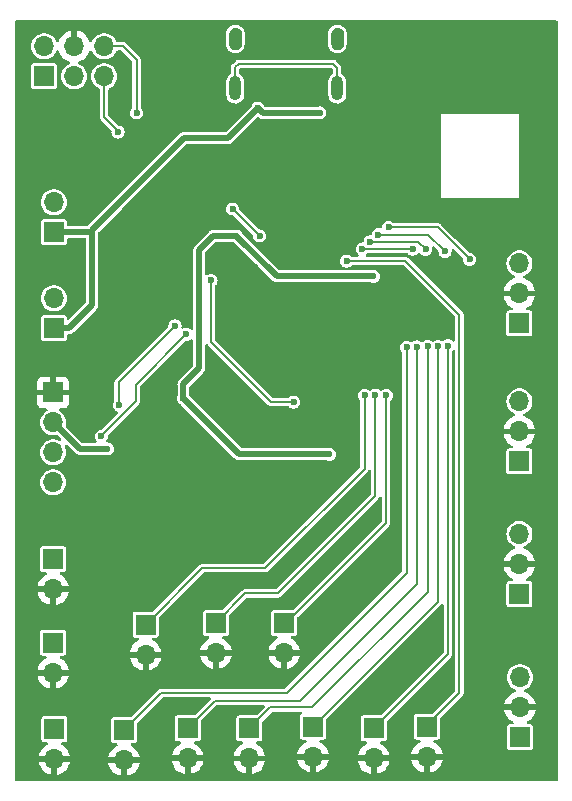
<source format=gbl>
G04 #@! TF.GenerationSoftware,KiCad,Pcbnew,7.0.11*
G04 #@! TF.CreationDate,2024-12-23T17:17:55+01:00*
G04 #@! TF.ProjectId,Aviator_Controller,41766961-746f-4725-9f43-6f6e74726f6c,rev?*
G04 #@! TF.SameCoordinates,Original*
G04 #@! TF.FileFunction,Copper,L2,Bot*
G04 #@! TF.FilePolarity,Positive*
%FSLAX46Y46*%
G04 Gerber Fmt 4.6, Leading zero omitted, Abs format (unit mm)*
G04 Created by KiCad (PCBNEW 7.0.11) date 2024-12-23 17:17:55*
%MOMM*%
%LPD*%
G01*
G04 APERTURE LIST*
G04 #@! TA.AperFunction,EtchedComponent*
%ADD10C,0.010000*%
G04 #@! TD*
G04 #@! TA.AperFunction,ComponentPad*
%ADD11O,1.000000X2.100000*%
G04 #@! TD*
G04 #@! TA.AperFunction,ComponentPad*
%ADD12C,1.000000*%
G04 #@! TD*
G04 #@! TA.AperFunction,ComponentPad*
%ADD13R,1.700000X1.700000*%
G04 #@! TD*
G04 #@! TA.AperFunction,ComponentPad*
%ADD14O,1.700000X1.700000*%
G04 #@! TD*
G04 #@! TA.AperFunction,ViaPad*
%ADD15C,0.600000*%
G04 #@! TD*
G04 #@! TA.AperFunction,Conductor*
%ADD16C,0.200000*%
G04 #@! TD*
G04 #@! TA.AperFunction,Conductor*
%ADD17C,0.500000*%
G04 #@! TD*
G04 APERTURE END LIST*
D10*
X155346000Y-48101000D02*
X155372000Y-48103000D01*
X155398000Y-48106000D01*
X155424000Y-48111000D01*
X155449000Y-48117000D01*
X155475000Y-48124000D01*
X155499000Y-48133000D01*
X155523000Y-48143000D01*
X155547000Y-48154000D01*
X155570000Y-48167000D01*
X155592000Y-48181000D01*
X155614000Y-48195000D01*
X155635000Y-48211000D01*
X155655000Y-48228000D01*
X155674000Y-48246000D01*
X155692000Y-48265000D01*
X155709000Y-48285000D01*
X155725000Y-48306000D01*
X155739000Y-48328000D01*
X155753000Y-48350000D01*
X155766000Y-48373000D01*
X155777000Y-48397000D01*
X155787000Y-48421000D01*
X155796000Y-48445000D01*
X155803000Y-48471000D01*
X155809000Y-48496000D01*
X155814000Y-48522000D01*
X155817000Y-48548000D01*
X155819000Y-48574000D01*
X155820000Y-48600000D01*
X155820000Y-49000000D01*
X155820000Y-49400000D01*
X155819000Y-49426000D01*
X155817000Y-49452000D01*
X155814000Y-49478000D01*
X155809000Y-49504000D01*
X155803000Y-49529000D01*
X155796000Y-49555000D01*
X155787000Y-49579000D01*
X155777000Y-49603000D01*
X155766000Y-49627000D01*
X155753000Y-49650000D01*
X155739000Y-49672000D01*
X155725000Y-49694000D01*
X155709000Y-49715000D01*
X155692000Y-49735000D01*
X155674000Y-49754000D01*
X155655000Y-49772000D01*
X155635000Y-49789000D01*
X155614000Y-49805000D01*
X155592000Y-49819000D01*
X155570000Y-49833000D01*
X155547000Y-49846000D01*
X155523000Y-49857000D01*
X155499000Y-49867000D01*
X155475000Y-49876000D01*
X155449000Y-49883000D01*
X155424000Y-49889000D01*
X155398000Y-49894000D01*
X155372000Y-49897000D01*
X155346000Y-49899000D01*
X155320000Y-49900000D01*
X155294000Y-49899000D01*
X155268000Y-49897000D01*
X155242000Y-49894000D01*
X155216000Y-49889000D01*
X155191000Y-49883000D01*
X155165000Y-49876000D01*
X155141000Y-49867000D01*
X155117000Y-49857000D01*
X155093000Y-49846000D01*
X155070000Y-49833000D01*
X155048000Y-49819000D01*
X155026000Y-49805000D01*
X155005000Y-49789000D01*
X154985000Y-49772000D01*
X154966000Y-49754000D01*
X154948000Y-49735000D01*
X154931000Y-49715000D01*
X154915000Y-49694000D01*
X154901000Y-49672000D01*
X154887000Y-49650000D01*
X154874000Y-49627000D01*
X154863000Y-49603000D01*
X154853000Y-49579000D01*
X154844000Y-49555000D01*
X154837000Y-49529000D01*
X154831000Y-49504000D01*
X154826000Y-49478000D01*
X154823000Y-49452000D01*
X154821000Y-49426000D01*
X154820000Y-49400000D01*
X154820000Y-49000000D01*
X154820000Y-48600000D01*
X154821000Y-48574000D01*
X154823000Y-48548000D01*
X154826000Y-48522000D01*
X154831000Y-48496000D01*
X154837000Y-48471000D01*
X154844000Y-48445000D01*
X154853000Y-48421000D01*
X154863000Y-48397000D01*
X154874000Y-48373000D01*
X154887000Y-48350000D01*
X154901000Y-48328000D01*
X154915000Y-48306000D01*
X154931000Y-48285000D01*
X154948000Y-48265000D01*
X154966000Y-48246000D01*
X154985000Y-48228000D01*
X155005000Y-48211000D01*
X155026000Y-48195000D01*
X155048000Y-48181000D01*
X155070000Y-48167000D01*
X155093000Y-48154000D01*
X155117000Y-48143000D01*
X155141000Y-48133000D01*
X155165000Y-48124000D01*
X155191000Y-48117000D01*
X155216000Y-48111000D01*
X155242000Y-48106000D01*
X155268000Y-48103000D01*
X155294000Y-48101000D01*
X155320000Y-48100000D01*
X155346000Y-48101000D01*
G04 #@! TA.AperFunction,EtchedComponent*
G36*
X155346000Y-48101000D02*
G01*
X155372000Y-48103000D01*
X155398000Y-48106000D01*
X155424000Y-48111000D01*
X155449000Y-48117000D01*
X155475000Y-48124000D01*
X155499000Y-48133000D01*
X155523000Y-48143000D01*
X155547000Y-48154000D01*
X155570000Y-48167000D01*
X155592000Y-48181000D01*
X155614000Y-48195000D01*
X155635000Y-48211000D01*
X155655000Y-48228000D01*
X155674000Y-48246000D01*
X155692000Y-48265000D01*
X155709000Y-48285000D01*
X155725000Y-48306000D01*
X155739000Y-48328000D01*
X155753000Y-48350000D01*
X155766000Y-48373000D01*
X155777000Y-48397000D01*
X155787000Y-48421000D01*
X155796000Y-48445000D01*
X155803000Y-48471000D01*
X155809000Y-48496000D01*
X155814000Y-48522000D01*
X155817000Y-48548000D01*
X155819000Y-48574000D01*
X155820000Y-48600000D01*
X155820000Y-49000000D01*
X155820000Y-49400000D01*
X155819000Y-49426000D01*
X155817000Y-49452000D01*
X155814000Y-49478000D01*
X155809000Y-49504000D01*
X155803000Y-49529000D01*
X155796000Y-49555000D01*
X155787000Y-49579000D01*
X155777000Y-49603000D01*
X155766000Y-49627000D01*
X155753000Y-49650000D01*
X155739000Y-49672000D01*
X155725000Y-49694000D01*
X155709000Y-49715000D01*
X155692000Y-49735000D01*
X155674000Y-49754000D01*
X155655000Y-49772000D01*
X155635000Y-49789000D01*
X155614000Y-49805000D01*
X155592000Y-49819000D01*
X155570000Y-49833000D01*
X155547000Y-49846000D01*
X155523000Y-49857000D01*
X155499000Y-49867000D01*
X155475000Y-49876000D01*
X155449000Y-49883000D01*
X155424000Y-49889000D01*
X155398000Y-49894000D01*
X155372000Y-49897000D01*
X155346000Y-49899000D01*
X155320000Y-49900000D01*
X155294000Y-49899000D01*
X155268000Y-49897000D01*
X155242000Y-49894000D01*
X155216000Y-49889000D01*
X155191000Y-49883000D01*
X155165000Y-49876000D01*
X155141000Y-49867000D01*
X155117000Y-49857000D01*
X155093000Y-49846000D01*
X155070000Y-49833000D01*
X155048000Y-49819000D01*
X155026000Y-49805000D01*
X155005000Y-49789000D01*
X154985000Y-49772000D01*
X154966000Y-49754000D01*
X154948000Y-49735000D01*
X154931000Y-49715000D01*
X154915000Y-49694000D01*
X154901000Y-49672000D01*
X154887000Y-49650000D01*
X154874000Y-49627000D01*
X154863000Y-49603000D01*
X154853000Y-49579000D01*
X154844000Y-49555000D01*
X154837000Y-49529000D01*
X154831000Y-49504000D01*
X154826000Y-49478000D01*
X154823000Y-49452000D01*
X154821000Y-49426000D01*
X154820000Y-49400000D01*
X154820000Y-49000000D01*
X154820000Y-48600000D01*
X154821000Y-48574000D01*
X154823000Y-48548000D01*
X154826000Y-48522000D01*
X154831000Y-48496000D01*
X154837000Y-48471000D01*
X154844000Y-48445000D01*
X154853000Y-48421000D01*
X154863000Y-48397000D01*
X154874000Y-48373000D01*
X154887000Y-48350000D01*
X154901000Y-48328000D01*
X154915000Y-48306000D01*
X154931000Y-48285000D01*
X154948000Y-48265000D01*
X154966000Y-48246000D01*
X154985000Y-48228000D01*
X155005000Y-48211000D01*
X155026000Y-48195000D01*
X155048000Y-48181000D01*
X155070000Y-48167000D01*
X155093000Y-48154000D01*
X155117000Y-48143000D01*
X155141000Y-48133000D01*
X155165000Y-48124000D01*
X155191000Y-48117000D01*
X155216000Y-48111000D01*
X155242000Y-48106000D01*
X155268000Y-48103000D01*
X155294000Y-48101000D01*
X155320000Y-48100000D01*
X155346000Y-48101000D01*
G37*
G04 #@! TD.AperFunction*
X146706000Y-48101000D02*
X146732000Y-48103000D01*
X146758000Y-48106000D01*
X146784000Y-48111000D01*
X146809000Y-48117000D01*
X146835000Y-48124000D01*
X146859000Y-48133000D01*
X146883000Y-48143000D01*
X146907000Y-48154000D01*
X146930000Y-48167000D01*
X146952000Y-48181000D01*
X146974000Y-48195000D01*
X146995000Y-48211000D01*
X147015000Y-48228000D01*
X147034000Y-48246000D01*
X147052000Y-48265000D01*
X147069000Y-48285000D01*
X147085000Y-48306000D01*
X147099000Y-48328000D01*
X147113000Y-48350000D01*
X147126000Y-48373000D01*
X147137000Y-48397000D01*
X147147000Y-48421000D01*
X147156000Y-48445000D01*
X147163000Y-48471000D01*
X147169000Y-48496000D01*
X147174000Y-48522000D01*
X147177000Y-48548000D01*
X147179000Y-48574000D01*
X147180000Y-48600000D01*
X147180000Y-49000000D01*
X147180000Y-49400000D01*
X147179000Y-49426000D01*
X147177000Y-49452000D01*
X147174000Y-49478000D01*
X147169000Y-49504000D01*
X147163000Y-49529000D01*
X147156000Y-49555000D01*
X147147000Y-49579000D01*
X147137000Y-49603000D01*
X147126000Y-49627000D01*
X147113000Y-49650000D01*
X147099000Y-49672000D01*
X147085000Y-49694000D01*
X147069000Y-49715000D01*
X147052000Y-49735000D01*
X147034000Y-49754000D01*
X147015000Y-49772000D01*
X146995000Y-49789000D01*
X146974000Y-49805000D01*
X146952000Y-49819000D01*
X146930000Y-49833000D01*
X146907000Y-49846000D01*
X146883000Y-49857000D01*
X146859000Y-49867000D01*
X146835000Y-49876000D01*
X146809000Y-49883000D01*
X146784000Y-49889000D01*
X146758000Y-49894000D01*
X146732000Y-49897000D01*
X146706000Y-49899000D01*
X146680000Y-49900000D01*
X146654000Y-49899000D01*
X146628000Y-49897000D01*
X146602000Y-49894000D01*
X146576000Y-49889000D01*
X146551000Y-49883000D01*
X146525000Y-49876000D01*
X146501000Y-49867000D01*
X146477000Y-49857000D01*
X146453000Y-49846000D01*
X146430000Y-49833000D01*
X146408000Y-49819000D01*
X146386000Y-49805000D01*
X146365000Y-49789000D01*
X146345000Y-49772000D01*
X146326000Y-49754000D01*
X146308000Y-49735000D01*
X146291000Y-49715000D01*
X146275000Y-49694000D01*
X146261000Y-49672000D01*
X146247000Y-49650000D01*
X146234000Y-49627000D01*
X146223000Y-49603000D01*
X146213000Y-49579000D01*
X146204000Y-49555000D01*
X146197000Y-49529000D01*
X146191000Y-49504000D01*
X146186000Y-49478000D01*
X146183000Y-49452000D01*
X146181000Y-49426000D01*
X146180000Y-49400000D01*
X146180000Y-49000000D01*
X146180000Y-48600000D01*
X146181000Y-48574000D01*
X146183000Y-48548000D01*
X146186000Y-48522000D01*
X146191000Y-48496000D01*
X146197000Y-48471000D01*
X146204000Y-48445000D01*
X146213000Y-48421000D01*
X146223000Y-48397000D01*
X146234000Y-48373000D01*
X146247000Y-48350000D01*
X146261000Y-48328000D01*
X146275000Y-48306000D01*
X146291000Y-48285000D01*
X146308000Y-48265000D01*
X146326000Y-48246000D01*
X146345000Y-48228000D01*
X146365000Y-48211000D01*
X146386000Y-48195000D01*
X146408000Y-48181000D01*
X146430000Y-48167000D01*
X146453000Y-48154000D01*
X146477000Y-48143000D01*
X146501000Y-48133000D01*
X146525000Y-48124000D01*
X146551000Y-48117000D01*
X146576000Y-48111000D01*
X146602000Y-48106000D01*
X146628000Y-48103000D01*
X146654000Y-48101000D01*
X146680000Y-48100000D01*
X146706000Y-48101000D01*
G04 #@! TA.AperFunction,EtchedComponent*
G36*
X146706000Y-48101000D02*
G01*
X146732000Y-48103000D01*
X146758000Y-48106000D01*
X146784000Y-48111000D01*
X146809000Y-48117000D01*
X146835000Y-48124000D01*
X146859000Y-48133000D01*
X146883000Y-48143000D01*
X146907000Y-48154000D01*
X146930000Y-48167000D01*
X146952000Y-48181000D01*
X146974000Y-48195000D01*
X146995000Y-48211000D01*
X147015000Y-48228000D01*
X147034000Y-48246000D01*
X147052000Y-48265000D01*
X147069000Y-48285000D01*
X147085000Y-48306000D01*
X147099000Y-48328000D01*
X147113000Y-48350000D01*
X147126000Y-48373000D01*
X147137000Y-48397000D01*
X147147000Y-48421000D01*
X147156000Y-48445000D01*
X147163000Y-48471000D01*
X147169000Y-48496000D01*
X147174000Y-48522000D01*
X147177000Y-48548000D01*
X147179000Y-48574000D01*
X147180000Y-48600000D01*
X147180000Y-49000000D01*
X147180000Y-49400000D01*
X147179000Y-49426000D01*
X147177000Y-49452000D01*
X147174000Y-49478000D01*
X147169000Y-49504000D01*
X147163000Y-49529000D01*
X147156000Y-49555000D01*
X147147000Y-49579000D01*
X147137000Y-49603000D01*
X147126000Y-49627000D01*
X147113000Y-49650000D01*
X147099000Y-49672000D01*
X147085000Y-49694000D01*
X147069000Y-49715000D01*
X147052000Y-49735000D01*
X147034000Y-49754000D01*
X147015000Y-49772000D01*
X146995000Y-49789000D01*
X146974000Y-49805000D01*
X146952000Y-49819000D01*
X146930000Y-49833000D01*
X146907000Y-49846000D01*
X146883000Y-49857000D01*
X146859000Y-49867000D01*
X146835000Y-49876000D01*
X146809000Y-49883000D01*
X146784000Y-49889000D01*
X146758000Y-49894000D01*
X146732000Y-49897000D01*
X146706000Y-49899000D01*
X146680000Y-49900000D01*
X146654000Y-49899000D01*
X146628000Y-49897000D01*
X146602000Y-49894000D01*
X146576000Y-49889000D01*
X146551000Y-49883000D01*
X146525000Y-49876000D01*
X146501000Y-49867000D01*
X146477000Y-49857000D01*
X146453000Y-49846000D01*
X146430000Y-49833000D01*
X146408000Y-49819000D01*
X146386000Y-49805000D01*
X146365000Y-49789000D01*
X146345000Y-49772000D01*
X146326000Y-49754000D01*
X146308000Y-49735000D01*
X146291000Y-49715000D01*
X146275000Y-49694000D01*
X146261000Y-49672000D01*
X146247000Y-49650000D01*
X146234000Y-49627000D01*
X146223000Y-49603000D01*
X146213000Y-49579000D01*
X146204000Y-49555000D01*
X146197000Y-49529000D01*
X146191000Y-49504000D01*
X146186000Y-49478000D01*
X146183000Y-49452000D01*
X146181000Y-49426000D01*
X146180000Y-49400000D01*
X146180000Y-49000000D01*
X146180000Y-48600000D01*
X146181000Y-48574000D01*
X146183000Y-48548000D01*
X146186000Y-48522000D01*
X146191000Y-48496000D01*
X146197000Y-48471000D01*
X146204000Y-48445000D01*
X146213000Y-48421000D01*
X146223000Y-48397000D01*
X146234000Y-48373000D01*
X146247000Y-48350000D01*
X146261000Y-48328000D01*
X146275000Y-48306000D01*
X146291000Y-48285000D01*
X146308000Y-48265000D01*
X146326000Y-48246000D01*
X146345000Y-48228000D01*
X146365000Y-48211000D01*
X146386000Y-48195000D01*
X146408000Y-48181000D01*
X146430000Y-48167000D01*
X146453000Y-48154000D01*
X146477000Y-48143000D01*
X146501000Y-48133000D01*
X146525000Y-48124000D01*
X146551000Y-48117000D01*
X146576000Y-48111000D01*
X146602000Y-48106000D01*
X146628000Y-48103000D01*
X146654000Y-48101000D01*
X146680000Y-48100000D01*
X146706000Y-48101000D01*
G37*
G04 #@! TD.AperFunction*
D11*
X155320000Y-53180000D03*
X146680000Y-53180000D03*
D12*
X155320000Y-49000000D03*
X146680000Y-49000000D03*
D13*
X131368800Y-107437000D03*
D14*
X131368800Y-109977000D03*
X131318000Y-62839600D03*
D13*
X131318000Y-65379600D03*
X145034000Y-98450400D03*
D14*
X145034000Y-100990400D03*
D13*
X130505200Y-52171600D03*
D14*
X130505200Y-49631600D03*
X133045200Y-52171600D03*
X133045200Y-49631600D03*
X135585200Y-52171600D03*
X135585200Y-49631600D03*
D13*
X131267200Y-78943200D03*
D14*
X131267200Y-81483200D03*
X131267200Y-84023200D03*
X131267200Y-86563200D03*
X162915600Y-109778800D03*
D13*
X162915600Y-107238800D03*
X131267200Y-100126800D03*
D14*
X131267200Y-102666800D03*
D13*
X158394400Y-107386200D03*
D14*
X158394400Y-109926200D03*
D13*
X139090400Y-98597800D03*
D14*
X139090400Y-101137800D03*
D13*
X153263600Y-107233800D03*
D14*
X153263600Y-109773800D03*
X131318000Y-70967600D03*
D13*
X131318000Y-73507600D03*
X147878800Y-107391200D03*
D14*
X147878800Y-109931200D03*
D13*
X170738800Y-84785200D03*
D14*
X170738800Y-82245200D03*
X170738800Y-79705200D03*
D13*
X170738800Y-96012000D03*
D14*
X170738800Y-93472000D03*
X170738800Y-90932000D03*
X170738800Y-68021200D03*
X170738800Y-70561200D03*
D13*
X170738800Y-73101200D03*
X170789600Y-108138200D03*
D14*
X170789600Y-105598200D03*
X170789600Y-103058200D03*
D13*
X137261600Y-107543600D03*
D14*
X137261600Y-110083600D03*
D13*
X142646400Y-107386200D03*
D14*
X142646400Y-109926200D03*
X131267200Y-95605600D03*
D13*
X131267200Y-93065600D03*
X150825200Y-98445400D03*
D14*
X150825200Y-100985400D03*
D15*
X145542000Y-70612000D03*
X146304000Y-72390000D03*
X171958000Y-60452000D03*
X172466000Y-63246000D03*
X172212000Y-57658000D03*
X171958000Y-54864000D03*
X171450000Y-49022000D03*
X166624000Y-48514000D03*
X162306000Y-48768000D03*
X149606000Y-51816000D03*
X152400000Y-52324000D03*
X152908000Y-49276000D03*
X147066000Y-59182000D03*
X148590000Y-59944000D03*
X140716000Y-56134000D03*
X146304000Y-61722000D03*
X144018000Y-59690000D03*
X132334000Y-57658000D03*
X134620000Y-58166000D03*
X141732000Y-66548000D03*
X141732000Y-67564000D03*
X130048000Y-98044000D03*
X133096000Y-103886000D03*
X136398000Y-99822000D03*
X136652000Y-97028000D03*
X147320000Y-100838000D03*
X142240000Y-101600000D03*
X137922000Y-103378000D03*
X134366000Y-110490000D03*
X139700000Y-108458000D03*
X145542000Y-108458000D03*
X150622000Y-108458000D03*
X160782000Y-108204000D03*
X155956000Y-108458000D03*
X160020000Y-103632000D03*
X161544000Y-101092000D03*
X163322000Y-99314000D03*
X160020000Y-76200000D03*
X160274000Y-81534000D03*
X160274000Y-87376000D03*
X153162000Y-94488000D03*
X153162000Y-98298000D03*
X155702000Y-97790000D03*
X155956000Y-95758000D03*
X157734000Y-93980000D03*
X160274000Y-89662000D03*
X157734000Y-89916000D03*
X155194000Y-93218000D03*
X152908000Y-92202000D03*
X156718000Y-88138000D03*
X143256000Y-92202000D03*
X138938000Y-93726000D03*
X141478000Y-91694000D03*
X146812000Y-91440000D03*
X144272000Y-89662000D03*
X130048000Y-89916000D03*
X133350000Y-90678000D03*
X132842000Y-88900000D03*
X135636000Y-88646000D03*
X137922000Y-86360000D03*
X139700000Y-85598000D03*
X139192000Y-83566000D03*
X141224000Y-82296000D03*
X139700000Y-80264000D03*
X130048000Y-76708000D03*
X133350000Y-76200000D03*
X129286000Y-68072000D03*
X132334000Y-68072000D03*
X129794000Y-58928000D03*
X131572000Y-60452000D03*
X140716000Y-50800000D03*
X151130000Y-49022000D03*
X149098000Y-49276000D03*
X140716000Y-49022000D03*
X141478000Y-52578000D03*
X143256000Y-54102000D03*
X144272000Y-55118000D03*
X154940000Y-64008000D03*
X155956000Y-62992000D03*
X155194000Y-59944000D03*
X153670000Y-59436000D03*
X155194000Y-57658000D03*
X152908000Y-60706000D03*
X138430000Y-68072000D03*
X164084000Y-72390000D03*
X161544000Y-71120000D03*
X160782000Y-69342000D03*
X159512000Y-70104000D03*
X159258000Y-71374000D03*
X153416000Y-83312000D03*
X151638000Y-83312000D03*
X155956000Y-83820000D03*
X154178000Y-86360000D03*
X149606000Y-82042000D03*
X148590000Y-83058000D03*
X145542000Y-85852000D03*
X154178000Y-87630000D03*
X150622000Y-90932000D03*
X149860000Y-89408000D03*
X145542000Y-87122000D03*
X136398000Y-68580000D03*
X136144000Y-60452000D03*
X148336000Y-68326000D03*
X157988000Y-61468000D03*
X158496000Y-63754000D03*
X158496000Y-58928000D03*
X167640000Y-55118000D03*
X165862000Y-52070000D03*
X170688000Y-53086000D03*
X170688000Y-51308000D03*
X166116000Y-53086000D03*
X162052000Y-53086000D03*
X159004000Y-56388000D03*
X158242000Y-54356000D03*
X155194000Y-55118000D03*
X146812000Y-55118000D03*
X152450800Y-74371200D03*
X151384000Y-72847200D03*
X150215600Y-74371200D03*
X151231600Y-75844400D03*
X149148800Y-76555600D03*
X153517600Y-72237600D03*
X153517600Y-76657200D03*
X149047200Y-72237600D03*
X153840400Y-55270400D03*
X148590000Y-54864000D03*
X138328400Y-55270400D03*
X146456400Y-63398400D03*
X157632400Y-79197200D03*
X158546800Y-79146400D03*
X159461200Y-79197200D03*
X161188400Y-75133200D03*
X162052000Y-75082400D03*
X162966400Y-75031600D03*
X163830000Y-75031600D03*
X164693600Y-74980800D03*
X156108400Y-67818000D03*
X157429200Y-66802000D03*
X161696400Y-66802000D03*
X162788600Y-66827400D03*
X158089600Y-66192400D03*
X164439600Y-67005200D03*
X158800800Y-65582800D03*
X166522400Y-67678700D03*
X159664400Y-64973200D03*
X135839200Y-83718400D03*
X136855200Y-80010000D03*
X141579600Y-73304400D03*
X135331200Y-82651600D03*
X142544800Y-74015600D03*
X148742400Y-65684400D03*
X136753600Y-56896000D03*
X144627600Y-69443600D03*
X151615500Y-79756000D03*
X154635200Y-84175600D03*
X142290800Y-79451200D03*
X146762150Y-65685350D03*
X158369000Y-69113400D03*
D16*
X149656800Y-105613200D02*
X147878800Y-107391200D01*
X153212800Y-105613200D02*
X149656800Y-105613200D01*
X162966400Y-75031600D02*
X162966400Y-95859600D01*
X162966400Y-95859600D02*
X153212800Y-105613200D01*
X154940000Y-51104800D02*
X146964400Y-51104800D01*
X144627600Y-74676000D02*
X144627600Y-69443600D01*
X149707600Y-79756000D02*
X144627600Y-74676000D01*
X151615500Y-79756000D02*
X149707600Y-79756000D01*
X157632400Y-85394800D02*
X149199600Y-93827600D01*
X157632400Y-79197200D02*
X157632400Y-85394800D01*
X149199600Y-93827600D02*
X143860600Y-93827600D01*
X143860600Y-93827600D02*
X139090400Y-98597800D01*
X150982600Y-98445400D02*
X150825200Y-98445400D01*
X159461200Y-89966800D02*
X150982600Y-98445400D01*
X159461200Y-79197200D02*
X159461200Y-89966800D01*
D17*
X146050000Y-57404000D02*
X148590000Y-54864000D01*
X142341600Y-57404000D02*
X146050000Y-57404000D01*
X134569200Y-65379600D02*
X131318000Y-65379600D01*
X134569200Y-66243200D02*
X134569200Y-65379600D01*
X134569200Y-65176400D02*
X142341600Y-57404000D01*
X134569200Y-66243200D02*
X134569200Y-65176400D01*
X134569200Y-71526400D02*
X134569200Y-66243200D01*
X132588000Y-73507600D02*
X134569200Y-71526400D01*
X131318000Y-73507600D02*
X132588000Y-73507600D01*
X146099850Y-65685350D02*
X146762150Y-65685350D01*
X142290800Y-78232000D02*
X142290800Y-79451200D01*
X143611600Y-76911200D02*
X142290800Y-78232000D01*
D16*
X146098900Y-65684400D02*
X146099850Y-65685350D01*
D17*
X143611600Y-66903600D02*
X143611600Y-76911200D01*
X144830800Y-65684400D02*
X143611600Y-66903600D01*
X144830800Y-65684400D02*
X146098900Y-65684400D01*
X148996400Y-55270400D02*
X153840400Y-55270400D01*
X148590000Y-54864000D02*
X148996400Y-55270400D01*
D16*
X137160000Y-49631600D02*
X135585200Y-49631600D01*
X138328400Y-50800000D02*
X137160000Y-49631600D01*
X138328400Y-55270400D02*
X138328400Y-50800000D01*
X146456400Y-63398400D02*
X148742400Y-65684400D01*
X139090400Y-98755200D02*
X139090400Y-98907600D01*
X150266400Y-95961200D02*
X147523200Y-95961200D01*
X158546800Y-87680800D02*
X150266400Y-95961200D01*
X147523200Y-95961200D02*
X145034000Y-98450400D01*
X158546800Y-79146400D02*
X158546800Y-87680800D01*
X161188400Y-94234000D02*
X161188400Y-75133200D01*
X151028400Y-104394000D02*
X161188400Y-94234000D01*
X140411200Y-104394000D02*
X151028400Y-104394000D01*
X137261600Y-107543600D02*
X140411200Y-104394000D01*
X144978200Y-105054400D02*
X142646400Y-107386200D01*
X162052000Y-95148400D02*
X152146000Y-105054400D01*
X152146000Y-105054400D02*
X144978200Y-105054400D01*
X162052000Y-75082400D02*
X162052000Y-95148400D01*
X163830000Y-96667400D02*
X153263600Y-107233800D01*
X163830000Y-75031600D02*
X163830000Y-96667400D01*
X164693600Y-101087000D02*
X158394400Y-107386200D01*
X164693600Y-74980800D02*
X164693600Y-101087000D01*
X162915600Y-107137200D02*
X162915600Y-107238800D01*
X165658800Y-72390000D02*
X165658800Y-104394000D01*
X165658800Y-104394000D02*
X162915600Y-107137200D01*
X161086800Y-67818000D02*
X165658800Y-72390000D01*
X156108400Y-67818000D02*
X161086800Y-67818000D01*
X135331200Y-82600800D02*
X135331200Y-82651600D01*
X138277600Y-79654400D02*
X135331200Y-82600800D01*
X142544800Y-74015600D02*
X138277600Y-78282800D01*
X138277600Y-78282800D02*
X138277600Y-79654400D01*
X136804400Y-79959200D02*
X136855200Y-80010000D01*
X136804400Y-78079600D02*
X136804400Y-79959200D01*
X141579600Y-73304400D02*
X136804400Y-78079600D01*
X161696400Y-66802000D02*
X157429200Y-66802000D01*
X162788600Y-66827400D02*
X162153600Y-66192400D01*
X162153600Y-66192400D02*
X158089600Y-66192400D01*
X163017200Y-65582800D02*
X158800800Y-65582800D01*
X164439600Y-67005200D02*
X163017200Y-65582800D01*
X163830000Y-64973200D02*
X159664400Y-64973200D01*
X166522400Y-67665600D02*
X163830000Y-64973200D01*
X166522400Y-67678700D02*
X166522400Y-67665600D01*
D17*
X135839200Y-83718400D02*
X133502400Y-83718400D01*
X133502400Y-83718400D02*
X131267200Y-81483200D01*
D16*
X135585200Y-55626000D02*
X135585200Y-52171600D01*
X136753600Y-56794400D02*
X135585200Y-55626000D01*
X136753600Y-56896000D02*
X136753600Y-56794400D01*
D17*
X147015200Y-84175600D02*
X154635200Y-84175600D01*
X142290800Y-79451200D02*
X147015200Y-84175600D01*
X158369000Y-69113400D02*
X150190200Y-69113400D01*
X150190200Y-69113400D02*
X146762150Y-65685350D01*
D16*
X146680000Y-51389200D02*
X146680000Y-53180000D01*
X146964400Y-51104800D02*
X146680000Y-51389200D01*
X155320000Y-51484800D02*
X154940000Y-51104800D01*
X155320000Y-53180000D02*
X155320000Y-51484800D01*
G04 #@! TA.AperFunction,Conductor*
G36*
X173933039Y-47459385D02*
G01*
X173978794Y-47512189D01*
X173990000Y-47563700D01*
X173990000Y-111694300D01*
X173970315Y-111761339D01*
X173917511Y-111807094D01*
X173866000Y-111818300D01*
X128140000Y-111818300D01*
X128072961Y-111798615D01*
X128027206Y-111745811D01*
X128016000Y-111694300D01*
X128016000Y-110227000D01*
X130038164Y-110227000D01*
X130095367Y-110440486D01*
X130095370Y-110440492D01*
X130195199Y-110654578D01*
X130330694Y-110848082D01*
X130497717Y-111015105D01*
X130691221Y-111150600D01*
X130905307Y-111250429D01*
X130905316Y-111250433D01*
X131118800Y-111307634D01*
X131118800Y-110412501D01*
X131226485Y-110461680D01*
X131333037Y-110477000D01*
X131404563Y-110477000D01*
X131511115Y-110461680D01*
X131618800Y-110412501D01*
X131618800Y-111307633D01*
X131832283Y-111250433D01*
X131832292Y-111250429D01*
X132046378Y-111150600D01*
X132239882Y-111015105D01*
X132406905Y-110848082D01*
X132542400Y-110654578D01*
X132642229Y-110440492D01*
X132642232Y-110440486D01*
X132670872Y-110333600D01*
X135930964Y-110333600D01*
X135988167Y-110547086D01*
X135988170Y-110547092D01*
X136087999Y-110761178D01*
X136223494Y-110954682D01*
X136390517Y-111121705D01*
X136584021Y-111257200D01*
X136798107Y-111357029D01*
X136798116Y-111357033D01*
X137011600Y-111414234D01*
X137011600Y-110519101D01*
X137119285Y-110568280D01*
X137225837Y-110583600D01*
X137297363Y-110583600D01*
X137403915Y-110568280D01*
X137511600Y-110519101D01*
X137511600Y-111414233D01*
X137725083Y-111357033D01*
X137725092Y-111357029D01*
X137939178Y-111257200D01*
X138132682Y-111121705D01*
X138299705Y-110954682D01*
X138435200Y-110761178D01*
X138535029Y-110547092D01*
X138535032Y-110547086D01*
X138592236Y-110333600D01*
X137695286Y-110333600D01*
X137721093Y-110293444D01*
X137761600Y-110155489D01*
X137761600Y-110011711D01*
X137721093Y-109873756D01*
X137695286Y-109833600D01*
X138592236Y-109833600D01*
X138592235Y-109833599D01*
X138535032Y-109620113D01*
X138535029Y-109620107D01*
X138435200Y-109406022D01*
X138435199Y-109406020D01*
X138299713Y-109212526D01*
X138299708Y-109212520D01*
X138132682Y-109045494D01*
X137939178Y-108909999D01*
X137875877Y-108880482D01*
X137823438Y-108834310D01*
X137804286Y-108767116D01*
X137824502Y-108700235D01*
X137877667Y-108654900D01*
X137928282Y-108644100D01*
X138136276Y-108644100D01*
X138136277Y-108644099D01*
X138209340Y-108629566D01*
X138292201Y-108574201D01*
X138347566Y-108491340D01*
X138362100Y-108418274D01*
X138362100Y-106990144D01*
X138381785Y-106923105D01*
X138398419Y-106902463D01*
X140520063Y-104780819D01*
X140581386Y-104747334D01*
X140607744Y-104744500D01*
X144493055Y-104744500D01*
X144560094Y-104764185D01*
X144605849Y-104816989D01*
X144615793Y-104886147D01*
X144586768Y-104949703D01*
X144580736Y-104956181D01*
X143287537Y-106249381D01*
X143226214Y-106282866D01*
X143199856Y-106285700D01*
X141771723Y-106285700D01*
X141698664Y-106300232D01*
X141698660Y-106300233D01*
X141615799Y-106355599D01*
X141560433Y-106438460D01*
X141560432Y-106438464D01*
X141545900Y-106511521D01*
X141545900Y-108260878D01*
X141560432Y-108333935D01*
X141560433Y-108333939D01*
X141573827Y-108353985D01*
X141615799Y-108416801D01*
X141691828Y-108467601D01*
X141698660Y-108472166D01*
X141698664Y-108472167D01*
X141771721Y-108486699D01*
X141771724Y-108486700D01*
X141979718Y-108486700D01*
X142046757Y-108506385D01*
X142092512Y-108559189D01*
X142102456Y-108628347D01*
X142073431Y-108691903D01*
X142032123Y-108723082D01*
X141968822Y-108752599D01*
X141968820Y-108752600D01*
X141775326Y-108888086D01*
X141775320Y-108888091D01*
X141608291Y-109055120D01*
X141608286Y-109055126D01*
X141472800Y-109248620D01*
X141472799Y-109248622D01*
X141372970Y-109462707D01*
X141372967Y-109462713D01*
X141315764Y-109676199D01*
X141315764Y-109676200D01*
X142212714Y-109676200D01*
X142186907Y-109716356D01*
X142146400Y-109854311D01*
X142146400Y-109998089D01*
X142186907Y-110136044D01*
X142212714Y-110176200D01*
X141315764Y-110176200D01*
X141372967Y-110389686D01*
X141372970Y-110389692D01*
X141472799Y-110603778D01*
X141608294Y-110797282D01*
X141775317Y-110964305D01*
X141968821Y-111099800D01*
X142182907Y-111199629D01*
X142182916Y-111199633D01*
X142396400Y-111256834D01*
X142396400Y-110361701D01*
X142504085Y-110410880D01*
X142610637Y-110426200D01*
X142682163Y-110426200D01*
X142788715Y-110410880D01*
X142896400Y-110361701D01*
X142896400Y-111256833D01*
X143109883Y-111199633D01*
X143109892Y-111199629D01*
X143323978Y-111099800D01*
X143517482Y-110964305D01*
X143684505Y-110797282D01*
X143820000Y-110603778D01*
X143919829Y-110389692D01*
X143919832Y-110389686D01*
X143977036Y-110176200D01*
X143080086Y-110176200D01*
X143105893Y-110136044D01*
X143146400Y-109998089D01*
X143146400Y-109854311D01*
X143105893Y-109716356D01*
X143080086Y-109676200D01*
X143977036Y-109676200D01*
X143977035Y-109676199D01*
X143919832Y-109462713D01*
X143919829Y-109462707D01*
X143820000Y-109248622D01*
X143819999Y-109248620D01*
X143684513Y-109055126D01*
X143684508Y-109055120D01*
X143517482Y-108888094D01*
X143323978Y-108752599D01*
X143260677Y-108723082D01*
X143208238Y-108676910D01*
X143189086Y-108609716D01*
X143209302Y-108542835D01*
X143262467Y-108497500D01*
X143313082Y-108486700D01*
X143521076Y-108486700D01*
X143521077Y-108486699D01*
X143594140Y-108472166D01*
X143677001Y-108416801D01*
X143732366Y-108333940D01*
X143746900Y-108260874D01*
X143746900Y-106832743D01*
X143766585Y-106765705D01*
X143783219Y-106745063D01*
X145087063Y-105441219D01*
X145148386Y-105407734D01*
X145174744Y-105404900D01*
X149070057Y-105404900D01*
X149137096Y-105424585D01*
X149182851Y-105477389D01*
X149192795Y-105546547D01*
X149163770Y-105610103D01*
X149157741Y-105616577D01*
X148825026Y-105949292D01*
X148519937Y-106254381D01*
X148458614Y-106287866D01*
X148432256Y-106290700D01*
X147004123Y-106290700D01*
X146931064Y-106305232D01*
X146931060Y-106305233D01*
X146848199Y-106360599D01*
X146792833Y-106443460D01*
X146792832Y-106443464D01*
X146778300Y-106516521D01*
X146778300Y-108265878D01*
X146792832Y-108338935D01*
X146792833Y-108338939D01*
X146806227Y-108358985D01*
X146848199Y-108421801D01*
X146901352Y-108457316D01*
X146931060Y-108477166D01*
X146931064Y-108477167D01*
X147004121Y-108491699D01*
X147004124Y-108491700D01*
X147212118Y-108491700D01*
X147279157Y-108511385D01*
X147324912Y-108564189D01*
X147334856Y-108633347D01*
X147305831Y-108696903D01*
X147264523Y-108728082D01*
X147201222Y-108757599D01*
X147201220Y-108757600D01*
X147007726Y-108893086D01*
X147007720Y-108893091D01*
X146840691Y-109060120D01*
X146840686Y-109060126D01*
X146705200Y-109253620D01*
X146705199Y-109253622D01*
X146605370Y-109467707D01*
X146605367Y-109467713D01*
X146548164Y-109681199D01*
X146548164Y-109681200D01*
X147445114Y-109681200D01*
X147419307Y-109721356D01*
X147378800Y-109859311D01*
X147378800Y-110003089D01*
X147419307Y-110141044D01*
X147445114Y-110181200D01*
X146548164Y-110181200D01*
X146605367Y-110394686D01*
X146605370Y-110394692D01*
X146705199Y-110608778D01*
X146840694Y-110802282D01*
X147007717Y-110969305D01*
X147201221Y-111104800D01*
X147415307Y-111204629D01*
X147415316Y-111204633D01*
X147628800Y-111261834D01*
X147628800Y-110366701D01*
X147736485Y-110415880D01*
X147843037Y-110431200D01*
X147914563Y-110431200D01*
X148021115Y-110415880D01*
X148128800Y-110366701D01*
X148128800Y-111261833D01*
X148342283Y-111204633D01*
X148342292Y-111204629D01*
X148556378Y-111104800D01*
X148749882Y-110969305D01*
X148916905Y-110802282D01*
X149052400Y-110608778D01*
X149152229Y-110394692D01*
X149152232Y-110394686D01*
X149209436Y-110181200D01*
X148312486Y-110181200D01*
X148338293Y-110141044D01*
X148378800Y-110003089D01*
X148378800Y-109859311D01*
X148338293Y-109721356D01*
X148312486Y-109681200D01*
X149209436Y-109681200D01*
X149209435Y-109681199D01*
X149152232Y-109467713D01*
X149152229Y-109467707D01*
X149052400Y-109253622D01*
X149052399Y-109253620D01*
X148916913Y-109060126D01*
X148916908Y-109060120D01*
X148749882Y-108893094D01*
X148556378Y-108757599D01*
X148493077Y-108728082D01*
X148440638Y-108681910D01*
X148421486Y-108614716D01*
X148441702Y-108547835D01*
X148494867Y-108502500D01*
X148545482Y-108491700D01*
X148753476Y-108491700D01*
X148753477Y-108491699D01*
X148826540Y-108477166D01*
X148909401Y-108421801D01*
X148964766Y-108338940D01*
X148979300Y-108265874D01*
X148979300Y-106837744D01*
X148998985Y-106770705D01*
X149015619Y-106750063D01*
X149765663Y-106000019D01*
X149826986Y-105966534D01*
X149853344Y-105963700D01*
X152182662Y-105963700D01*
X152249701Y-105983385D01*
X152295456Y-106036189D01*
X152305400Y-106105347D01*
X152276375Y-106168903D01*
X152251553Y-106190802D01*
X152232999Y-106203198D01*
X152177633Y-106286060D01*
X152177632Y-106286064D01*
X152163100Y-106359121D01*
X152163100Y-108108478D01*
X152177632Y-108181535D01*
X152177633Y-108181539D01*
X152177634Y-108181540D01*
X152232999Y-108264401D01*
X152303749Y-108311674D01*
X152315860Y-108319766D01*
X152315864Y-108319767D01*
X152388921Y-108334299D01*
X152388924Y-108334300D01*
X152596918Y-108334300D01*
X152663957Y-108353985D01*
X152709712Y-108406789D01*
X152719656Y-108475947D01*
X152690631Y-108539503D01*
X152649323Y-108570682D01*
X152586022Y-108600199D01*
X152586020Y-108600200D01*
X152392526Y-108735686D01*
X152392520Y-108735691D01*
X152225491Y-108902720D01*
X152225486Y-108902726D01*
X152090000Y-109096220D01*
X152089999Y-109096222D01*
X151990170Y-109310307D01*
X151990167Y-109310313D01*
X151932964Y-109523799D01*
X151932964Y-109523800D01*
X152829914Y-109523800D01*
X152804107Y-109563956D01*
X152763600Y-109701911D01*
X152763600Y-109845689D01*
X152804107Y-109983644D01*
X152829914Y-110023800D01*
X151932964Y-110023800D01*
X151990167Y-110237286D01*
X151990170Y-110237292D01*
X152089999Y-110451378D01*
X152225494Y-110644882D01*
X152392517Y-110811905D01*
X152586021Y-110947400D01*
X152800107Y-111047229D01*
X152800116Y-111047233D01*
X153013600Y-111104434D01*
X153013600Y-110209301D01*
X153121285Y-110258480D01*
X153227837Y-110273800D01*
X153299363Y-110273800D01*
X153405915Y-110258480D01*
X153513600Y-110209301D01*
X153513600Y-111104433D01*
X153727083Y-111047233D01*
X153727092Y-111047229D01*
X153941178Y-110947400D01*
X154134682Y-110811905D01*
X154301705Y-110644882D01*
X154437200Y-110451378D01*
X154537029Y-110237292D01*
X154537032Y-110237286D01*
X154594236Y-110023800D01*
X153697286Y-110023800D01*
X153723093Y-109983644D01*
X153763600Y-109845689D01*
X153763600Y-109701911D01*
X153723093Y-109563956D01*
X153697286Y-109523800D01*
X154594236Y-109523800D01*
X154594235Y-109523799D01*
X154537032Y-109310313D01*
X154537029Y-109310307D01*
X154437200Y-109096222D01*
X154437199Y-109096220D01*
X154301713Y-108902726D01*
X154301708Y-108902720D01*
X154134682Y-108735694D01*
X153941178Y-108600199D01*
X153877877Y-108570682D01*
X153825438Y-108524510D01*
X153806286Y-108457316D01*
X153826502Y-108390435D01*
X153879667Y-108345100D01*
X153930282Y-108334300D01*
X154138276Y-108334300D01*
X154138277Y-108334299D01*
X154211340Y-108319766D01*
X154294201Y-108264401D01*
X154349566Y-108181540D01*
X154364100Y-108108474D01*
X154364100Y-106680343D01*
X154383785Y-106613304D01*
X154400414Y-106592667D01*
X164043046Y-96950034D01*
X164062902Y-96933911D01*
X164070669Y-96928837D01*
X164088496Y-96905931D01*
X164097551Y-96895679D01*
X164098365Y-96894716D01*
X164098375Y-96894707D01*
X164109576Y-96879016D01*
X164112596Y-96874967D01*
X164121253Y-96863844D01*
X164177966Y-96823036D01*
X164247740Y-96819368D01*
X164308420Y-96854004D01*
X164340742Y-96915948D01*
X164343100Y-96940015D01*
X164343100Y-100890456D01*
X164323415Y-100957495D01*
X164306781Y-100978137D01*
X159035537Y-106249381D01*
X158974214Y-106282866D01*
X158947856Y-106285700D01*
X157519723Y-106285700D01*
X157446664Y-106300232D01*
X157446660Y-106300233D01*
X157363799Y-106355599D01*
X157308433Y-106438460D01*
X157308432Y-106438464D01*
X157293900Y-106511521D01*
X157293900Y-108260878D01*
X157308432Y-108333935D01*
X157308433Y-108333939D01*
X157321827Y-108353985D01*
X157363799Y-108416801D01*
X157439828Y-108467601D01*
X157446660Y-108472166D01*
X157446664Y-108472167D01*
X157519721Y-108486699D01*
X157519724Y-108486700D01*
X157727718Y-108486700D01*
X157794757Y-108506385D01*
X157840512Y-108559189D01*
X157850456Y-108628347D01*
X157821431Y-108691903D01*
X157780123Y-108723082D01*
X157716822Y-108752599D01*
X157716820Y-108752600D01*
X157523326Y-108888086D01*
X157523320Y-108888091D01*
X157356291Y-109055120D01*
X157356286Y-109055126D01*
X157220800Y-109248620D01*
X157220799Y-109248622D01*
X157120970Y-109462707D01*
X157120967Y-109462713D01*
X157063764Y-109676199D01*
X157063764Y-109676200D01*
X157960714Y-109676200D01*
X157934907Y-109716356D01*
X157894400Y-109854311D01*
X157894400Y-109998089D01*
X157934907Y-110136044D01*
X157960714Y-110176200D01*
X157063764Y-110176200D01*
X157120967Y-110389686D01*
X157120970Y-110389692D01*
X157220799Y-110603778D01*
X157356294Y-110797282D01*
X157523317Y-110964305D01*
X157716821Y-111099800D01*
X157930907Y-111199629D01*
X157930916Y-111199633D01*
X158144400Y-111256834D01*
X158144400Y-110361701D01*
X158252085Y-110410880D01*
X158358637Y-110426200D01*
X158430163Y-110426200D01*
X158536715Y-110410880D01*
X158644400Y-110361701D01*
X158644400Y-111256833D01*
X158857883Y-111199633D01*
X158857892Y-111199629D01*
X159071978Y-111099800D01*
X159265482Y-110964305D01*
X159432505Y-110797282D01*
X159568000Y-110603778D01*
X159667829Y-110389692D01*
X159667832Y-110389686D01*
X159725036Y-110176200D01*
X158828086Y-110176200D01*
X158853893Y-110136044D01*
X158894400Y-109998089D01*
X158894400Y-109854311D01*
X158853893Y-109716356D01*
X158828086Y-109676200D01*
X159725036Y-109676200D01*
X159725035Y-109676199D01*
X159667832Y-109462713D01*
X159667829Y-109462707D01*
X159568000Y-109248622D01*
X159567999Y-109248620D01*
X159432513Y-109055126D01*
X159432508Y-109055120D01*
X159265482Y-108888094D01*
X159071978Y-108752599D01*
X159008677Y-108723082D01*
X158956238Y-108676910D01*
X158937086Y-108609716D01*
X158957302Y-108542835D01*
X159010467Y-108497500D01*
X159061082Y-108486700D01*
X159269076Y-108486700D01*
X159269077Y-108486699D01*
X159342140Y-108472166D01*
X159425001Y-108416801D01*
X159480366Y-108333940D01*
X159494900Y-108260874D01*
X159494900Y-106832743D01*
X159514585Y-106765704D01*
X159531214Y-106745067D01*
X164906646Y-101369634D01*
X164926502Y-101353511D01*
X164934269Y-101348437D01*
X164952096Y-101325531D01*
X164961140Y-101315291D01*
X164961960Y-101314321D01*
X164961975Y-101314307D01*
X164973184Y-101298605D01*
X164976204Y-101294556D01*
X165006117Y-101256126D01*
X165006118Y-101256120D01*
X165009613Y-101249663D01*
X165012836Y-101243070D01*
X165012840Y-101243066D01*
X165026738Y-101196382D01*
X165028274Y-101191583D01*
X165044100Y-101145488D01*
X165044100Y-101145481D01*
X165045306Y-101138252D01*
X165046217Y-101130952D01*
X165044206Y-101082332D01*
X165044100Y-101077207D01*
X165044100Y-75466892D01*
X165063785Y-75399853D01*
X165081714Y-75380409D01*
X165080474Y-75379169D01*
X165091968Y-75367675D01*
X165092742Y-75368449D01*
X165092843Y-75368341D01*
X165092898Y-75368299D01*
X165093103Y-75368567D01*
X165142346Y-75332607D01*
X165212091Y-75328448D01*
X165273014Y-75362657D01*
X165305770Y-75424373D01*
X165308300Y-75449294D01*
X165308300Y-104197456D01*
X165288615Y-104264495D01*
X165271981Y-104285137D01*
X163455137Y-106101981D01*
X163393814Y-106135466D01*
X163367456Y-106138300D01*
X162040923Y-106138300D01*
X161967864Y-106152832D01*
X161967860Y-106152833D01*
X161884999Y-106208199D01*
X161829633Y-106291060D01*
X161829632Y-106291064D01*
X161815100Y-106364121D01*
X161815100Y-108113478D01*
X161829632Y-108186535D01*
X161829633Y-108186539D01*
X161829634Y-108186540D01*
X161884999Y-108269401D01*
X161948266Y-108311674D01*
X161967860Y-108324766D01*
X161967864Y-108324767D01*
X162040921Y-108339299D01*
X162040924Y-108339300D01*
X162248918Y-108339300D01*
X162315957Y-108358985D01*
X162361712Y-108411789D01*
X162371656Y-108480947D01*
X162342631Y-108544503D01*
X162301323Y-108575682D01*
X162238022Y-108605199D01*
X162238020Y-108605200D01*
X162044526Y-108740686D01*
X162044520Y-108740691D01*
X161877491Y-108907720D01*
X161877486Y-108907726D01*
X161742000Y-109101220D01*
X161741999Y-109101222D01*
X161642170Y-109315307D01*
X161642167Y-109315313D01*
X161584964Y-109528799D01*
X161584964Y-109528800D01*
X162481914Y-109528800D01*
X162456107Y-109568956D01*
X162415600Y-109706911D01*
X162415600Y-109850689D01*
X162456107Y-109988644D01*
X162481914Y-110028800D01*
X161584964Y-110028800D01*
X161642167Y-110242286D01*
X161642170Y-110242292D01*
X161741999Y-110456378D01*
X161877494Y-110649882D01*
X162044517Y-110816905D01*
X162238021Y-110952400D01*
X162452107Y-111052229D01*
X162452116Y-111052233D01*
X162665600Y-111109434D01*
X162665600Y-110214301D01*
X162773285Y-110263480D01*
X162879837Y-110278800D01*
X162951363Y-110278800D01*
X163057915Y-110263480D01*
X163165600Y-110214301D01*
X163165600Y-111109433D01*
X163379083Y-111052233D01*
X163379092Y-111052229D01*
X163593178Y-110952400D01*
X163786682Y-110816905D01*
X163953705Y-110649882D01*
X164089200Y-110456378D01*
X164189029Y-110242292D01*
X164189032Y-110242286D01*
X164246236Y-110028800D01*
X163349286Y-110028800D01*
X163375093Y-109988644D01*
X163415600Y-109850689D01*
X163415600Y-109706911D01*
X163375093Y-109568956D01*
X163349286Y-109528800D01*
X164246236Y-109528800D01*
X164246235Y-109528799D01*
X164189032Y-109315313D01*
X164189029Y-109315307D01*
X164089200Y-109101222D01*
X164089199Y-109101220D01*
X163953713Y-108907726D01*
X163953708Y-108907720D01*
X163786682Y-108740694D01*
X163593178Y-108605199D01*
X163529877Y-108575682D01*
X163477438Y-108529510D01*
X163458286Y-108462316D01*
X163478502Y-108395435D01*
X163531667Y-108350100D01*
X163582282Y-108339300D01*
X163790276Y-108339300D01*
X163790277Y-108339299D01*
X163863340Y-108324766D01*
X163946201Y-108269401D01*
X164001566Y-108186540D01*
X164016100Y-108113474D01*
X164016100Y-106583743D01*
X164035785Y-106516704D01*
X164052414Y-106496067D01*
X164700281Y-105848200D01*
X169458964Y-105848200D01*
X169516167Y-106061686D01*
X169516170Y-106061692D01*
X169615999Y-106275778D01*
X169751494Y-106469282D01*
X169918517Y-106636305D01*
X170112021Y-106771800D01*
X170175323Y-106801318D01*
X170227762Y-106847490D01*
X170246914Y-106914684D01*
X170226698Y-106981565D01*
X170173533Y-107026900D01*
X170122918Y-107037700D01*
X169914923Y-107037700D01*
X169841864Y-107052232D01*
X169841860Y-107052233D01*
X169758999Y-107107599D01*
X169703633Y-107190460D01*
X169703632Y-107190464D01*
X169689100Y-107263521D01*
X169689100Y-109012878D01*
X169703632Y-109085935D01*
X169703633Y-109085939D01*
X169713845Y-109101222D01*
X169758999Y-109168801D01*
X169841860Y-109224166D01*
X169841864Y-109224167D01*
X169914921Y-109238699D01*
X169914924Y-109238700D01*
X169914926Y-109238700D01*
X171664276Y-109238700D01*
X171664277Y-109238699D01*
X171737340Y-109224166D01*
X171820201Y-109168801D01*
X171875566Y-109085940D01*
X171890100Y-109012874D01*
X171890100Y-107263526D01*
X171890100Y-107263523D01*
X171890099Y-107263521D01*
X171875567Y-107190464D01*
X171875566Y-107190460D01*
X171820201Y-107107599D01*
X171737340Y-107052234D01*
X171737339Y-107052233D01*
X171737335Y-107052232D01*
X171664277Y-107037700D01*
X171664274Y-107037700D01*
X171456282Y-107037700D01*
X171389243Y-107018015D01*
X171343488Y-106965211D01*
X171333544Y-106896053D01*
X171362569Y-106832497D01*
X171403877Y-106801318D01*
X171467178Y-106771800D01*
X171660682Y-106636305D01*
X171827705Y-106469282D01*
X171963200Y-106275778D01*
X172063029Y-106061692D01*
X172063032Y-106061686D01*
X172120236Y-105848200D01*
X171223286Y-105848200D01*
X171249093Y-105808044D01*
X171289600Y-105670089D01*
X171289600Y-105526311D01*
X171249093Y-105388356D01*
X171223286Y-105348200D01*
X172120236Y-105348200D01*
X172120235Y-105348199D01*
X172063032Y-105134713D01*
X172063029Y-105134707D01*
X171963200Y-104920622D01*
X171963199Y-104920620D01*
X171827713Y-104727126D01*
X171827708Y-104727120D01*
X171660682Y-104560094D01*
X171467178Y-104424599D01*
X171253092Y-104324770D01*
X171253077Y-104324764D01*
X171214014Y-104314297D01*
X171154354Y-104277932D01*
X171123826Y-104215085D01*
X171132121Y-104145709D01*
X171176607Y-104091832D01*
X171201310Y-104078898D01*
X171282237Y-104047548D01*
X171455641Y-103940181D01*
X171606364Y-103802779D01*
X171729273Y-103640021D01*
X171820182Y-103457450D01*
X171875997Y-103261283D01*
X171894815Y-103058200D01*
X171875997Y-102855117D01*
X171820182Y-102658950D01*
X171729273Y-102476379D01*
X171670304Y-102398291D01*
X171606362Y-102313618D01*
X171455641Y-102176219D01*
X171455639Y-102176217D01*
X171282242Y-102068855D01*
X171282235Y-102068851D01*
X171165182Y-102023505D01*
X171092056Y-101995176D01*
X170891576Y-101957700D01*
X170687624Y-101957700D01*
X170487144Y-101995176D01*
X170487141Y-101995176D01*
X170487141Y-101995177D01*
X170296964Y-102068851D01*
X170296957Y-102068855D01*
X170123560Y-102176217D01*
X170123558Y-102176219D01*
X169972837Y-102313618D01*
X169849927Y-102476378D01*
X169759022Y-102658939D01*
X169759017Y-102658952D01*
X169703202Y-102855117D01*
X169684385Y-103058199D01*
X169684385Y-103058200D01*
X169703202Y-103261282D01*
X169759017Y-103457447D01*
X169759022Y-103457460D01*
X169849927Y-103640021D01*
X169972837Y-103802781D01*
X170123558Y-103940180D01*
X170123560Y-103940182D01*
X170216024Y-103997433D01*
X170296963Y-104047548D01*
X170377883Y-104078896D01*
X170433285Y-104121469D01*
X170456876Y-104187235D01*
X170441165Y-104255316D01*
X170391142Y-104304095D01*
X170365186Y-104314297D01*
X170326119Y-104324765D01*
X170326107Y-104324770D01*
X170112022Y-104424599D01*
X170112020Y-104424600D01*
X169918526Y-104560086D01*
X169918520Y-104560091D01*
X169751491Y-104727120D01*
X169751486Y-104727126D01*
X169616000Y-104920620D01*
X169615999Y-104920622D01*
X169516170Y-105134707D01*
X169516167Y-105134713D01*
X169458964Y-105348199D01*
X169458964Y-105348200D01*
X170355914Y-105348200D01*
X170330107Y-105388356D01*
X170289600Y-105526311D01*
X170289600Y-105670089D01*
X170330107Y-105808044D01*
X170355914Y-105848200D01*
X169458964Y-105848200D01*
X164700281Y-105848200D01*
X165871846Y-104676634D01*
X165891702Y-104660511D01*
X165899469Y-104655437D01*
X165917296Y-104632531D01*
X165926345Y-104622285D01*
X165927162Y-104621319D01*
X165927176Y-104621306D01*
X165938370Y-104605626D01*
X165941415Y-104601543D01*
X165971314Y-104563130D01*
X165971314Y-104563129D01*
X165971317Y-104563126D01*
X165971318Y-104563121D01*
X165974817Y-104556655D01*
X165978036Y-104550070D01*
X165978040Y-104550066D01*
X165991938Y-104503382D01*
X165993474Y-104498583D01*
X166009300Y-104452488D01*
X166009300Y-104452481D01*
X166010506Y-104445254D01*
X166011417Y-104437951D01*
X166009406Y-104389321D01*
X166009300Y-104384197D01*
X166009300Y-93722000D01*
X169408164Y-93722000D01*
X169465367Y-93935486D01*
X169465370Y-93935492D01*
X169565199Y-94149578D01*
X169700694Y-94343082D01*
X169867717Y-94510105D01*
X170061221Y-94645600D01*
X170124523Y-94675118D01*
X170176962Y-94721290D01*
X170196114Y-94788484D01*
X170175898Y-94855365D01*
X170122733Y-94900700D01*
X170072118Y-94911500D01*
X169864123Y-94911500D01*
X169791064Y-94926032D01*
X169791060Y-94926033D01*
X169708199Y-94981399D01*
X169652833Y-95064260D01*
X169652832Y-95064264D01*
X169638300Y-95137321D01*
X169638300Y-96886678D01*
X169652832Y-96959735D01*
X169652833Y-96959739D01*
X169652834Y-96959740D01*
X169708199Y-97042601D01*
X169791060Y-97097966D01*
X169791064Y-97097967D01*
X169864121Y-97112499D01*
X169864124Y-97112500D01*
X169864126Y-97112500D01*
X171613476Y-97112500D01*
X171613477Y-97112499D01*
X171686540Y-97097966D01*
X171769401Y-97042601D01*
X171824766Y-96959740D01*
X171839300Y-96886674D01*
X171839300Y-95137326D01*
X171839300Y-95137323D01*
X171839299Y-95137321D01*
X171824767Y-95064264D01*
X171824766Y-95064260D01*
X171808247Y-95039537D01*
X171769401Y-94981399D01*
X171714035Y-94944405D01*
X171686539Y-94926033D01*
X171686535Y-94926032D01*
X171613477Y-94911500D01*
X171613474Y-94911500D01*
X171405482Y-94911500D01*
X171338443Y-94891815D01*
X171292688Y-94839011D01*
X171282744Y-94769853D01*
X171311769Y-94706297D01*
X171353077Y-94675118D01*
X171416378Y-94645600D01*
X171609882Y-94510105D01*
X171776905Y-94343082D01*
X171912400Y-94149578D01*
X172012229Y-93935492D01*
X172012232Y-93935486D01*
X172069436Y-93722000D01*
X171172486Y-93722000D01*
X171198293Y-93681844D01*
X171238800Y-93543889D01*
X171238800Y-93400111D01*
X171198293Y-93262156D01*
X171172486Y-93222000D01*
X172069436Y-93222000D01*
X172069435Y-93221999D01*
X172012232Y-93008513D01*
X172012229Y-93008507D01*
X171912400Y-92794422D01*
X171912399Y-92794420D01*
X171776913Y-92600926D01*
X171776908Y-92600920D01*
X171609882Y-92433894D01*
X171416378Y-92298399D01*
X171202292Y-92198570D01*
X171202277Y-92198564D01*
X171163214Y-92188097D01*
X171103554Y-92151732D01*
X171073026Y-92088885D01*
X171081321Y-92019509D01*
X171125807Y-91965632D01*
X171150510Y-91952698D01*
X171231437Y-91921348D01*
X171404841Y-91813981D01*
X171555564Y-91676579D01*
X171678473Y-91513821D01*
X171769382Y-91331250D01*
X171825197Y-91135083D01*
X171844015Y-90932000D01*
X171825197Y-90728917D01*
X171769382Y-90532750D01*
X171678473Y-90350179D01*
X171595529Y-90240343D01*
X171555562Y-90187418D01*
X171404841Y-90050019D01*
X171404839Y-90050017D01*
X171231442Y-89942655D01*
X171231435Y-89942651D01*
X171136346Y-89905814D01*
X171041256Y-89868976D01*
X170840776Y-89831500D01*
X170636824Y-89831500D01*
X170436344Y-89868976D01*
X170436341Y-89868976D01*
X170436341Y-89868977D01*
X170246164Y-89942651D01*
X170246157Y-89942655D01*
X170072760Y-90050017D01*
X170072758Y-90050019D01*
X169922037Y-90187418D01*
X169799127Y-90350178D01*
X169708222Y-90532739D01*
X169708217Y-90532752D01*
X169652402Y-90728917D01*
X169633585Y-90931999D01*
X169633585Y-90932000D01*
X169652402Y-91135082D01*
X169708217Y-91331247D01*
X169708222Y-91331260D01*
X169799127Y-91513821D01*
X169922037Y-91676581D01*
X170072758Y-91813980D01*
X170072760Y-91813982D01*
X170171941Y-91875392D01*
X170246163Y-91921348D01*
X170327083Y-91952696D01*
X170382485Y-91995269D01*
X170406076Y-92061035D01*
X170390365Y-92129116D01*
X170340342Y-92177895D01*
X170314386Y-92188097D01*
X170275319Y-92198565D01*
X170275307Y-92198570D01*
X170061222Y-92298399D01*
X170061220Y-92298400D01*
X169867726Y-92433886D01*
X169867720Y-92433891D01*
X169700691Y-92600920D01*
X169700686Y-92600926D01*
X169565200Y-92794420D01*
X169565199Y-92794422D01*
X169465370Y-93008507D01*
X169465367Y-93008513D01*
X169408164Y-93221999D01*
X169408164Y-93222000D01*
X170305114Y-93222000D01*
X170279307Y-93262156D01*
X170238800Y-93400111D01*
X170238800Y-93543889D01*
X170279307Y-93681844D01*
X170305114Y-93722000D01*
X169408164Y-93722000D01*
X166009300Y-93722000D01*
X166009300Y-82495200D01*
X169408164Y-82495200D01*
X169465367Y-82708686D01*
X169465370Y-82708692D01*
X169565198Y-82922775D01*
X169700694Y-83116282D01*
X169867717Y-83283305D01*
X170061221Y-83418800D01*
X170124523Y-83448318D01*
X170176962Y-83494490D01*
X170196114Y-83561684D01*
X170175898Y-83628565D01*
X170122733Y-83673900D01*
X170072118Y-83684700D01*
X169864123Y-83684700D01*
X169791064Y-83699232D01*
X169791060Y-83699233D01*
X169708199Y-83754599D01*
X169652833Y-83837460D01*
X169652832Y-83837464D01*
X169638300Y-83910521D01*
X169638300Y-85659878D01*
X169652832Y-85732935D01*
X169652833Y-85732939D01*
X169652834Y-85732940D01*
X169708199Y-85815801D01*
X169791060Y-85871166D01*
X169791064Y-85871167D01*
X169864121Y-85885699D01*
X169864124Y-85885700D01*
X169864126Y-85885700D01*
X171613476Y-85885700D01*
X171613477Y-85885699D01*
X171686540Y-85871166D01*
X171769401Y-85815801D01*
X171824766Y-85732940D01*
X171839300Y-85659874D01*
X171839300Y-83910526D01*
X171839300Y-83910523D01*
X171839299Y-83910521D01*
X171824767Y-83837464D01*
X171824766Y-83837460D01*
X171813178Y-83820117D01*
X171769401Y-83754599D01*
X171686540Y-83699234D01*
X171686539Y-83699233D01*
X171686535Y-83699232D01*
X171613477Y-83684700D01*
X171613474Y-83684700D01*
X171405482Y-83684700D01*
X171338443Y-83665015D01*
X171292688Y-83612211D01*
X171282744Y-83543053D01*
X171311769Y-83479497D01*
X171353077Y-83448318D01*
X171416378Y-83418800D01*
X171609882Y-83283305D01*
X171776905Y-83116282D01*
X171912402Y-82922775D01*
X172012229Y-82708692D01*
X172012232Y-82708686D01*
X172069436Y-82495200D01*
X171172486Y-82495200D01*
X171198293Y-82455044D01*
X171238800Y-82317089D01*
X171238800Y-82173311D01*
X171198293Y-82035356D01*
X171172486Y-81995200D01*
X172069436Y-81995200D01*
X172069435Y-81995199D01*
X172012232Y-81781713D01*
X172012229Y-81781707D01*
X171912400Y-81567622D01*
X171912399Y-81567620D01*
X171776913Y-81374126D01*
X171776908Y-81374120D01*
X171609882Y-81207094D01*
X171416378Y-81071599D01*
X171202292Y-80971770D01*
X171202277Y-80971764D01*
X171163214Y-80961297D01*
X171103554Y-80924932D01*
X171073026Y-80862085D01*
X171081321Y-80792709D01*
X171125807Y-80738832D01*
X171150510Y-80725898D01*
X171231437Y-80694548D01*
X171404841Y-80587181D01*
X171555564Y-80449779D01*
X171678473Y-80287021D01*
X171769382Y-80104450D01*
X171825197Y-79908283D01*
X171844015Y-79705200D01*
X171825197Y-79502117D01*
X171769382Y-79305950D01*
X171678473Y-79123379D01*
X171555564Y-78960621D01*
X171555562Y-78960618D01*
X171404841Y-78823219D01*
X171404839Y-78823217D01*
X171231442Y-78715855D01*
X171231435Y-78715851D01*
X171101558Y-78665537D01*
X171041256Y-78642176D01*
X170840776Y-78604700D01*
X170636824Y-78604700D01*
X170436344Y-78642176D01*
X170436341Y-78642176D01*
X170436341Y-78642177D01*
X170246164Y-78715851D01*
X170246157Y-78715855D01*
X170072760Y-78823217D01*
X170072758Y-78823219D01*
X169922037Y-78960618D01*
X169799127Y-79123378D01*
X169708222Y-79305939D01*
X169708217Y-79305952D01*
X169652402Y-79502117D01*
X169633585Y-79705199D01*
X169633585Y-79705200D01*
X169652402Y-79908282D01*
X169708217Y-80104447D01*
X169708222Y-80104460D01*
X169799127Y-80287021D01*
X169922037Y-80449781D01*
X170072758Y-80587180D01*
X170072760Y-80587182D01*
X170095431Y-80601219D01*
X170246163Y-80694548D01*
X170327083Y-80725896D01*
X170382485Y-80768469D01*
X170406076Y-80834235D01*
X170390365Y-80902316D01*
X170340342Y-80951095D01*
X170314386Y-80961297D01*
X170275319Y-80971765D01*
X170275307Y-80971770D01*
X170061222Y-81071599D01*
X170061220Y-81071600D01*
X169867726Y-81207086D01*
X169867720Y-81207091D01*
X169700691Y-81374120D01*
X169700686Y-81374126D01*
X169565200Y-81567620D01*
X169565199Y-81567622D01*
X169465370Y-81781707D01*
X169465367Y-81781713D01*
X169408164Y-81995199D01*
X169408164Y-81995200D01*
X170305114Y-81995200D01*
X170279307Y-82035356D01*
X170238800Y-82173311D01*
X170238800Y-82317089D01*
X170279307Y-82455044D01*
X170305114Y-82495200D01*
X169408164Y-82495200D01*
X166009300Y-82495200D01*
X166009300Y-72439206D01*
X166011939Y-72413760D01*
X166013842Y-72404685D01*
X166010251Y-72375883D01*
X166009403Y-72362208D01*
X166009300Y-72360970D01*
X166009300Y-72360960D01*
X166006128Y-72341959D01*
X166005394Y-72336915D01*
X165999373Y-72288607D01*
X165999372Y-72288604D01*
X165997277Y-72281566D01*
X165994892Y-72274618D01*
X165971728Y-72231817D01*
X165969379Y-72227254D01*
X165947999Y-72183518D01*
X165943726Y-72177534D01*
X165939220Y-72171745D01*
X165939219Y-72171744D01*
X165939218Y-72171742D01*
X165903387Y-72138757D01*
X165899714Y-72135232D01*
X164575682Y-70811200D01*
X169408164Y-70811200D01*
X169465367Y-71024686D01*
X169465370Y-71024692D01*
X169565199Y-71238778D01*
X169700694Y-71432282D01*
X169867717Y-71599305D01*
X170061221Y-71734800D01*
X170124523Y-71764318D01*
X170176962Y-71810490D01*
X170196114Y-71877684D01*
X170175898Y-71944565D01*
X170122733Y-71989900D01*
X170072118Y-72000700D01*
X169864123Y-72000700D01*
X169791064Y-72015232D01*
X169791060Y-72015233D01*
X169708199Y-72070599D01*
X169652833Y-72153460D01*
X169652832Y-72153464D01*
X169638300Y-72226521D01*
X169638300Y-73975878D01*
X169652832Y-74048935D01*
X169652833Y-74048939D01*
X169652834Y-74048940D01*
X169708199Y-74131801D01*
X169791060Y-74187166D01*
X169791064Y-74187167D01*
X169864121Y-74201699D01*
X169864124Y-74201700D01*
X169864126Y-74201700D01*
X171613476Y-74201700D01*
X171613477Y-74201699D01*
X171686540Y-74187166D01*
X171769401Y-74131801D01*
X171824766Y-74048940D01*
X171839300Y-73975874D01*
X171839300Y-72226526D01*
X171839300Y-72226523D01*
X171839299Y-72226521D01*
X171824767Y-72153464D01*
X171824766Y-72153460D01*
X171813796Y-72137042D01*
X171769401Y-72070599D01*
X171686540Y-72015234D01*
X171686539Y-72015233D01*
X171686535Y-72015232D01*
X171613477Y-72000700D01*
X171613474Y-72000700D01*
X171405482Y-72000700D01*
X171338443Y-71981015D01*
X171292688Y-71928211D01*
X171282744Y-71859053D01*
X171311769Y-71795497D01*
X171353077Y-71764318D01*
X171416378Y-71734800D01*
X171609882Y-71599305D01*
X171776905Y-71432282D01*
X171912400Y-71238778D01*
X172012229Y-71024692D01*
X172012232Y-71024686D01*
X172069436Y-70811200D01*
X171172486Y-70811200D01*
X171198293Y-70771044D01*
X171238800Y-70633089D01*
X171238800Y-70489311D01*
X171198293Y-70351356D01*
X171172486Y-70311200D01*
X172069436Y-70311200D01*
X172069435Y-70311199D01*
X172012232Y-70097713D01*
X172012229Y-70097707D01*
X171912400Y-69883622D01*
X171912399Y-69883620D01*
X171776913Y-69690126D01*
X171776908Y-69690120D01*
X171609882Y-69523094D01*
X171416378Y-69387599D01*
X171202292Y-69287770D01*
X171202277Y-69287764D01*
X171163214Y-69277297D01*
X171103554Y-69240932D01*
X171073026Y-69178085D01*
X171081321Y-69108709D01*
X171125807Y-69054832D01*
X171150510Y-69041898D01*
X171231437Y-69010548D01*
X171404841Y-68903181D01*
X171555564Y-68765779D01*
X171678473Y-68603021D01*
X171769382Y-68420450D01*
X171825197Y-68224283D01*
X171844015Y-68021200D01*
X171838502Y-67961709D01*
X171825197Y-67818117D01*
X171785529Y-67678700D01*
X171769382Y-67621950D01*
X171765665Y-67614486D01*
X171711388Y-67505482D01*
X171678473Y-67439379D01*
X171579458Y-67308262D01*
X171555562Y-67276618D01*
X171404841Y-67139219D01*
X171404839Y-67139217D01*
X171231442Y-67031855D01*
X171231435Y-67031851D01*
X171074640Y-66971109D01*
X171041256Y-66958176D01*
X170840776Y-66920700D01*
X170636824Y-66920700D01*
X170436344Y-66958176D01*
X170436341Y-66958176D01*
X170436341Y-66958177D01*
X170246164Y-67031851D01*
X170246157Y-67031855D01*
X170072760Y-67139217D01*
X170072758Y-67139219D01*
X169922037Y-67276618D01*
X169799127Y-67439378D01*
X169708222Y-67621939D01*
X169708217Y-67621952D01*
X169652402Y-67818117D01*
X169633585Y-68021199D01*
X169633585Y-68021200D01*
X169652402Y-68224282D01*
X169708217Y-68420447D01*
X169708222Y-68420460D01*
X169799127Y-68603021D01*
X169922037Y-68765781D01*
X170072758Y-68903180D01*
X170072760Y-68903182D01*
X170168945Y-68962737D01*
X170246163Y-69010548D01*
X170327083Y-69041896D01*
X170382485Y-69084469D01*
X170406076Y-69150235D01*
X170390365Y-69218316D01*
X170340342Y-69267095D01*
X170314386Y-69277297D01*
X170275319Y-69287765D01*
X170275307Y-69287770D01*
X170061222Y-69387599D01*
X170061220Y-69387600D01*
X169867726Y-69523086D01*
X169867720Y-69523091D01*
X169700691Y-69690120D01*
X169700686Y-69690126D01*
X169565200Y-69883620D01*
X169565199Y-69883622D01*
X169465370Y-70097707D01*
X169465367Y-70097713D01*
X169408164Y-70311199D01*
X169408164Y-70311200D01*
X170305114Y-70311200D01*
X170279307Y-70351356D01*
X170238800Y-70489311D01*
X170238800Y-70633089D01*
X170279307Y-70771044D01*
X170305114Y-70811200D01*
X169408164Y-70811200D01*
X164575682Y-70811200D01*
X161369437Y-67604955D01*
X161353311Y-67585098D01*
X161348237Y-67577331D01*
X161325324Y-67559497D01*
X161315048Y-67550422D01*
X161314109Y-67549627D01*
X161314107Y-67549625D01*
X161298451Y-67538447D01*
X161294344Y-67535385D01*
X161288638Y-67530943D01*
X161255926Y-67505483D01*
X161255924Y-67505482D01*
X161249440Y-67501973D01*
X161242867Y-67498759D01*
X161196209Y-67484868D01*
X161191332Y-67483306D01*
X161145284Y-67467498D01*
X161138087Y-67466297D01*
X161130751Y-67465382D01*
X161082132Y-67467394D01*
X161077007Y-67467500D01*
X157831490Y-67467500D01*
X157764451Y-67447815D01*
X157718696Y-67395011D01*
X157708752Y-67325853D01*
X157737777Y-67262297D01*
X157755996Y-67245130D01*
X157821821Y-67194621D01*
X157821825Y-67194615D01*
X157821827Y-67194614D01*
X157827572Y-67188871D01*
X157830088Y-67191387D01*
X157873383Y-67159797D01*
X157915292Y-67152500D01*
X161210308Y-67152500D01*
X161277347Y-67172185D01*
X161296812Y-67190086D01*
X161298028Y-67188871D01*
X161303772Y-67194615D01*
X161303777Y-67194619D01*
X161303779Y-67194621D01*
X161418775Y-67282861D01*
X161552691Y-67338330D01*
X161679680Y-67355048D01*
X161696399Y-67357250D01*
X161696400Y-67357250D01*
X161696401Y-67357250D01*
X161711377Y-67355278D01*
X161840109Y-67338330D01*
X161974025Y-67282861D01*
X162089021Y-67194621D01*
X162134382Y-67135504D01*
X162190805Y-67094306D01*
X162260551Y-67090151D01*
X162321472Y-67124363D01*
X162331129Y-67135508D01*
X162344168Y-67152500D01*
X162395979Y-67220021D01*
X162510975Y-67308261D01*
X162644891Y-67363730D01*
X162771880Y-67380448D01*
X162788599Y-67382650D01*
X162788600Y-67382650D01*
X162788601Y-67382650D01*
X162803577Y-67380678D01*
X162932309Y-67363730D01*
X163066225Y-67308261D01*
X163181221Y-67220021D01*
X163269461Y-67105025D01*
X163324930Y-66971109D01*
X163343850Y-66827400D01*
X163327508Y-66703274D01*
X163338273Y-66634242D01*
X163384653Y-66581986D01*
X163451922Y-66563100D01*
X163518722Y-66583580D01*
X163538128Y-66599410D01*
X163848040Y-66909322D01*
X163881525Y-66970645D01*
X163882667Y-66997073D01*
X163884350Y-66997073D01*
X163884350Y-67005200D01*
X163900038Y-67124363D01*
X163903270Y-67148908D01*
X163903271Y-67148912D01*
X163958737Y-67282822D01*
X163958738Y-67282824D01*
X163958739Y-67282825D01*
X164046979Y-67397821D01*
X164161975Y-67486061D01*
X164161976Y-67486061D01*
X164161977Y-67486062D01*
X164203046Y-67503073D01*
X164295891Y-67541530D01*
X164422880Y-67558248D01*
X164439599Y-67560450D01*
X164439600Y-67560450D01*
X164439601Y-67560450D01*
X164454577Y-67558478D01*
X164583309Y-67541530D01*
X164717225Y-67486061D01*
X164832221Y-67397821D01*
X164920461Y-67282825D01*
X164975930Y-67148909D01*
X164994850Y-67005200D01*
X164986210Y-66939577D01*
X164996975Y-66870544D01*
X165043354Y-66818288D01*
X165110623Y-66799402D01*
X165177424Y-66819882D01*
X165196830Y-66835712D01*
X165932364Y-67571246D01*
X165965849Y-67632569D01*
X165967622Y-67675110D01*
X165967150Y-67678695D01*
X165967150Y-67678699D01*
X165967150Y-67678700D01*
X165985489Y-67817999D01*
X165986070Y-67822408D01*
X165986071Y-67822412D01*
X166041537Y-67956322D01*
X166041538Y-67956324D01*
X166041539Y-67956325D01*
X166129779Y-68071321D01*
X166244775Y-68159561D01*
X166378691Y-68215030D01*
X166505680Y-68231748D01*
X166522399Y-68233950D01*
X166522400Y-68233950D01*
X166522401Y-68233950D01*
X166537377Y-68231978D01*
X166666109Y-68215030D01*
X166800025Y-68159561D01*
X166915021Y-68071321D01*
X167003261Y-67956325D01*
X167058730Y-67822409D01*
X167077650Y-67678700D01*
X167058730Y-67534991D01*
X167003261Y-67401075D01*
X166915021Y-67286079D01*
X166800025Y-67197839D01*
X166800024Y-67197838D01*
X166800022Y-67197837D01*
X166666112Y-67142371D01*
X166666110Y-67142370D01*
X166666109Y-67142370D01*
X166563462Y-67128856D01*
X166514342Y-67122389D01*
X166514689Y-67119749D01*
X166460254Y-67103765D01*
X166439612Y-67087131D01*
X165289542Y-65937061D01*
X164112637Y-64760155D01*
X164096511Y-64740298D01*
X164091437Y-64732531D01*
X164068524Y-64714697D01*
X164058248Y-64705622D01*
X164057309Y-64704827D01*
X164057307Y-64704825D01*
X164041651Y-64693647D01*
X164037544Y-64690585D01*
X164031838Y-64686143D01*
X163999126Y-64660683D01*
X163999124Y-64660682D01*
X163992640Y-64657173D01*
X163986067Y-64653959D01*
X163939409Y-64640068D01*
X163934532Y-64638506D01*
X163888484Y-64622698D01*
X163881287Y-64621497D01*
X163873951Y-64620582D01*
X163825332Y-64622594D01*
X163820207Y-64622700D01*
X160150492Y-64622700D01*
X160083453Y-64603015D01*
X160063987Y-64585113D01*
X160062772Y-64586329D01*
X160057027Y-64580584D01*
X160057021Y-64580579D01*
X159942025Y-64492339D01*
X159942024Y-64492338D01*
X159942022Y-64492337D01*
X159808112Y-64436871D01*
X159808110Y-64436870D01*
X159808109Y-64436870D01*
X159736254Y-64427410D01*
X159664401Y-64417950D01*
X159664399Y-64417950D01*
X159520691Y-64436870D01*
X159520687Y-64436871D01*
X159386777Y-64492337D01*
X159271779Y-64580579D01*
X159183537Y-64695577D01*
X159128071Y-64829487D01*
X159128070Y-64829490D01*
X159128070Y-64829491D01*
X159125669Y-64847727D01*
X159112581Y-64947134D01*
X159084314Y-65011031D01*
X159025989Y-65049501D01*
X158956124Y-65050332D01*
X158946530Y-65047012D01*
X158944510Y-65046470D01*
X158944509Y-65046470D01*
X158872654Y-65037010D01*
X158800801Y-65027550D01*
X158800799Y-65027550D01*
X158657091Y-65046470D01*
X158657087Y-65046471D01*
X158523177Y-65101937D01*
X158408179Y-65190179D01*
X158319937Y-65305177D01*
X158264471Y-65439087D01*
X158264470Y-65439091D01*
X158252044Y-65533468D01*
X158223776Y-65597364D01*
X158165452Y-65635834D01*
X158112919Y-65640220D01*
X158089601Y-65637150D01*
X158089599Y-65637150D01*
X157945891Y-65656070D01*
X157945887Y-65656071D01*
X157811977Y-65711537D01*
X157696979Y-65799779D01*
X157608737Y-65914777D01*
X157553271Y-66048687D01*
X157553270Y-66048691D01*
X157541342Y-66139288D01*
X157513075Y-66203184D01*
X157454750Y-66241654D01*
X157434589Y-66246040D01*
X157327973Y-66260077D01*
X157285491Y-66265670D01*
X157285490Y-66265670D01*
X157285487Y-66265671D01*
X157151577Y-66321137D01*
X157036579Y-66409379D01*
X156948337Y-66524377D01*
X156892871Y-66658287D01*
X156892870Y-66658291D01*
X156874725Y-66796117D01*
X156873950Y-66802000D01*
X156889577Y-66920700D01*
X156892870Y-66945708D01*
X156892871Y-66945712D01*
X156948337Y-67079622D01*
X156948338Y-67079624D01*
X156948339Y-67079625D01*
X157036579Y-67194621D01*
X157102398Y-67245126D01*
X157143599Y-67301552D01*
X157147754Y-67371298D01*
X157113542Y-67432218D01*
X157051824Y-67464971D01*
X157026910Y-67467500D01*
X156594492Y-67467500D01*
X156527453Y-67447815D01*
X156507987Y-67429913D01*
X156506772Y-67431129D01*
X156501027Y-67425384D01*
X156501021Y-67425379D01*
X156386025Y-67337139D01*
X156386024Y-67337138D01*
X156386022Y-67337137D01*
X156252112Y-67281671D01*
X156252110Y-67281670D01*
X156252109Y-67281670D01*
X156180254Y-67272210D01*
X156108401Y-67262750D01*
X156108399Y-67262750D01*
X155964691Y-67281670D01*
X155964687Y-67281671D01*
X155830777Y-67337137D01*
X155715779Y-67425379D01*
X155627537Y-67540377D01*
X155572071Y-67674287D01*
X155572070Y-67674291D01*
X155553150Y-67817999D01*
X155553150Y-67818000D01*
X155572070Y-67961708D01*
X155572071Y-67961712D01*
X155627537Y-68095622D01*
X155627538Y-68095624D01*
X155627539Y-68095625D01*
X155715779Y-68210621D01*
X155830775Y-68298861D01*
X155964691Y-68354330D01*
X156053036Y-68365961D01*
X156111165Y-68391676D01*
X156145015Y-68369923D01*
X156163764Y-68365961D01*
X156252109Y-68354330D01*
X156386025Y-68298861D01*
X156501021Y-68210621D01*
X156501023Y-68210617D01*
X156501027Y-68210615D01*
X156506772Y-68204871D01*
X156509288Y-68207387D01*
X156552583Y-68175797D01*
X156594492Y-68168500D01*
X160890256Y-68168500D01*
X160957295Y-68188185D01*
X160977937Y-68204819D01*
X165271981Y-72498863D01*
X165305466Y-72560186D01*
X165308300Y-72586544D01*
X165308300Y-74512306D01*
X165288615Y-74579345D01*
X165235811Y-74625100D01*
X165166653Y-74635044D01*
X165103097Y-74606019D01*
X165087377Y-74589335D01*
X165086225Y-74588183D01*
X165086222Y-74588181D01*
X165086221Y-74588179D01*
X164971225Y-74499939D01*
X164971224Y-74499938D01*
X164971222Y-74499937D01*
X164837312Y-74444471D01*
X164837310Y-74444470D01*
X164837309Y-74444470D01*
X164712392Y-74428024D01*
X164693601Y-74425550D01*
X164693599Y-74425550D01*
X164549891Y-74444470D01*
X164549887Y-74444471D01*
X164415976Y-74499938D01*
X164415974Y-74499939D01*
X164304184Y-74585719D01*
X164239015Y-74610913D01*
X164170570Y-74596875D01*
X164153212Y-74585719D01*
X164107625Y-74550739D01*
X164107623Y-74550738D01*
X163973712Y-74495271D01*
X163973710Y-74495270D01*
X163973709Y-74495270D01*
X163901854Y-74485810D01*
X163830001Y-74476350D01*
X163829999Y-74476350D01*
X163686291Y-74495270D01*
X163686287Y-74495271D01*
X163552376Y-74550738D01*
X163552374Y-74550739D01*
X163473686Y-74611119D01*
X163408517Y-74636313D01*
X163340072Y-74622275D01*
X163322714Y-74611119D01*
X163244025Y-74550739D01*
X163244023Y-74550738D01*
X163110112Y-74495271D01*
X163110110Y-74495270D01*
X163110109Y-74495270D01*
X163038254Y-74485810D01*
X162966401Y-74476350D01*
X162966399Y-74476350D01*
X162822691Y-74495270D01*
X162822687Y-74495271D01*
X162688777Y-74550737D01*
X162573772Y-74638984D01*
X162568028Y-74644729D01*
X162566112Y-74642813D01*
X162520408Y-74676168D01*
X162450661Y-74680305D01*
X162403004Y-74657844D01*
X162329625Y-74601539D01*
X162329623Y-74601538D01*
X162195712Y-74546071D01*
X162195710Y-74546070D01*
X162195709Y-74546070D01*
X162079861Y-74530818D01*
X162052001Y-74527150D01*
X162051999Y-74527150D01*
X161908291Y-74546070D01*
X161908287Y-74546071D01*
X161774376Y-74601538D01*
X161774374Y-74601539D01*
X161662584Y-74687319D01*
X161597415Y-74712513D01*
X161528970Y-74698475D01*
X161511612Y-74687319D01*
X161466025Y-74652339D01*
X161466023Y-74652338D01*
X161332112Y-74596871D01*
X161332110Y-74596870D01*
X161332109Y-74596870D01*
X161247410Y-74585719D01*
X161188401Y-74577950D01*
X161188399Y-74577950D01*
X161044691Y-74596870D01*
X161044687Y-74596871D01*
X160910777Y-74652337D01*
X160795779Y-74740579D01*
X160707537Y-74855577D01*
X160652071Y-74989487D01*
X160652070Y-74989491D01*
X160633150Y-75133200D01*
X160649636Y-75258425D01*
X160652070Y-75276908D01*
X160652071Y-75276912D01*
X160707538Y-75410823D01*
X160707539Y-75410825D01*
X160795780Y-75525823D01*
X160801526Y-75531569D01*
X160798974Y-75534120D01*
X160830491Y-75577073D01*
X160837900Y-75619292D01*
X160837900Y-94037456D01*
X160818215Y-94104495D01*
X160801581Y-94125137D01*
X150919537Y-104007181D01*
X150858214Y-104040666D01*
X150831856Y-104043500D01*
X140460411Y-104043500D01*
X140434965Y-104040861D01*
X140434035Y-104040666D01*
X140425885Y-104038957D01*
X140425884Y-104038957D01*
X140425883Y-104038957D01*
X140397077Y-104042548D01*
X140383411Y-104043396D01*
X140382165Y-104043499D01*
X140363160Y-104046669D01*
X140358103Y-104047405D01*
X140309807Y-104053426D01*
X140302766Y-104055522D01*
X140295818Y-104057908D01*
X140253012Y-104081072D01*
X140248461Y-104083415D01*
X140204713Y-104104803D01*
X140198766Y-104109047D01*
X140192938Y-104113584D01*
X140159980Y-104149386D01*
X140156433Y-104153083D01*
X137902737Y-106406781D01*
X137841414Y-106440266D01*
X137815056Y-106443100D01*
X136386923Y-106443100D01*
X136313864Y-106457632D01*
X136313860Y-106457633D01*
X136230999Y-106512999D01*
X136175633Y-106595860D01*
X136175632Y-106595864D01*
X136161100Y-106668921D01*
X136161100Y-108418278D01*
X136175632Y-108491335D01*
X136175633Y-108491339D01*
X136189027Y-108511385D01*
X136230999Y-108574201D01*
X136291635Y-108614716D01*
X136313860Y-108629566D01*
X136313864Y-108629567D01*
X136386921Y-108644099D01*
X136386924Y-108644100D01*
X136594918Y-108644100D01*
X136661957Y-108663785D01*
X136707712Y-108716589D01*
X136717656Y-108785747D01*
X136688631Y-108849303D01*
X136647323Y-108880482D01*
X136584022Y-108909999D01*
X136584020Y-108910000D01*
X136390526Y-109045486D01*
X136390520Y-109045491D01*
X136223491Y-109212520D01*
X136223486Y-109212526D01*
X136088000Y-109406020D01*
X136087999Y-109406022D01*
X135988170Y-109620107D01*
X135988167Y-109620113D01*
X135930964Y-109833599D01*
X135930964Y-109833600D01*
X136827914Y-109833600D01*
X136802107Y-109873756D01*
X136761600Y-110011711D01*
X136761600Y-110155489D01*
X136802107Y-110293444D01*
X136827914Y-110333600D01*
X135930964Y-110333600D01*
X132670872Y-110333600D01*
X132699436Y-110227000D01*
X131802486Y-110227000D01*
X131828293Y-110186844D01*
X131868800Y-110048889D01*
X131868800Y-109905111D01*
X131828293Y-109767156D01*
X131802486Y-109727000D01*
X132699436Y-109727000D01*
X132699435Y-109726999D01*
X132642232Y-109513513D01*
X132642229Y-109513507D01*
X132542400Y-109299422D01*
X132542399Y-109299420D01*
X132406913Y-109105926D01*
X132406908Y-109105920D01*
X132239882Y-108938894D01*
X132046378Y-108803399D01*
X131983077Y-108773882D01*
X131930638Y-108727710D01*
X131911486Y-108660516D01*
X131931702Y-108593635D01*
X131984867Y-108548300D01*
X132035482Y-108537500D01*
X132243476Y-108537500D01*
X132243477Y-108537499D01*
X132316540Y-108522966D01*
X132399401Y-108467601D01*
X132454766Y-108384740D01*
X132469300Y-108311674D01*
X132469300Y-106562326D01*
X132469300Y-106562323D01*
X132469299Y-106562321D01*
X132454767Y-106489264D01*
X132454766Y-106489260D01*
X132441417Y-106469282D01*
X132399401Y-106406399D01*
X132336134Y-106364126D01*
X132316539Y-106351033D01*
X132316535Y-106351032D01*
X132243477Y-106336500D01*
X132243474Y-106336500D01*
X130494126Y-106336500D01*
X130494123Y-106336500D01*
X130421064Y-106351032D01*
X130421060Y-106351033D01*
X130338199Y-106406399D01*
X130282833Y-106489260D01*
X130282832Y-106489264D01*
X130268300Y-106562321D01*
X130268300Y-108311678D01*
X130282832Y-108384735D01*
X130282833Y-108384739D01*
X130282834Y-108384740D01*
X130338199Y-108467601D01*
X130403728Y-108511385D01*
X130421060Y-108522966D01*
X130421064Y-108522967D01*
X130494121Y-108537499D01*
X130494124Y-108537500D01*
X130702118Y-108537500D01*
X130769157Y-108557185D01*
X130814912Y-108609989D01*
X130824856Y-108679147D01*
X130795831Y-108742703D01*
X130754523Y-108773882D01*
X130691222Y-108803399D01*
X130691220Y-108803400D01*
X130497726Y-108938886D01*
X130497720Y-108938891D01*
X130330691Y-109105920D01*
X130330686Y-109105926D01*
X130195200Y-109299420D01*
X130195199Y-109299422D01*
X130095370Y-109513507D01*
X130095367Y-109513513D01*
X130038164Y-109726999D01*
X130038164Y-109727000D01*
X130935114Y-109727000D01*
X130909307Y-109767156D01*
X130868800Y-109905111D01*
X130868800Y-110048889D01*
X130909307Y-110186844D01*
X130935114Y-110227000D01*
X130038164Y-110227000D01*
X128016000Y-110227000D01*
X128016000Y-102916800D01*
X129936564Y-102916800D01*
X129993767Y-103130286D01*
X129993770Y-103130292D01*
X130093599Y-103344378D01*
X130229094Y-103537882D01*
X130396117Y-103704905D01*
X130589621Y-103840400D01*
X130803707Y-103940229D01*
X130803716Y-103940233D01*
X131017200Y-103997434D01*
X131017200Y-103102301D01*
X131124885Y-103151480D01*
X131231437Y-103166800D01*
X131302963Y-103166800D01*
X131409515Y-103151480D01*
X131517200Y-103102301D01*
X131517200Y-103997433D01*
X131730683Y-103940233D01*
X131730692Y-103940229D01*
X131944778Y-103840400D01*
X132138282Y-103704905D01*
X132305305Y-103537882D01*
X132440800Y-103344378D01*
X132540629Y-103130292D01*
X132540632Y-103130286D01*
X132597836Y-102916800D01*
X131700886Y-102916800D01*
X131726693Y-102876644D01*
X131767200Y-102738689D01*
X131767200Y-102594911D01*
X131726693Y-102456956D01*
X131700886Y-102416800D01*
X132597836Y-102416800D01*
X132597835Y-102416799D01*
X132540632Y-102203313D01*
X132540629Y-102203307D01*
X132440800Y-101989222D01*
X132440799Y-101989220D01*
X132305313Y-101795726D01*
X132305308Y-101795720D01*
X132138282Y-101628694D01*
X131944778Y-101493199D01*
X131881477Y-101463682D01*
X131829038Y-101417510D01*
X131820570Y-101387800D01*
X137759764Y-101387800D01*
X137816967Y-101601286D01*
X137816970Y-101601292D01*
X137916799Y-101815378D01*
X138052294Y-102008882D01*
X138219317Y-102175905D01*
X138412821Y-102311400D01*
X138626907Y-102411229D01*
X138626916Y-102411233D01*
X138840400Y-102468434D01*
X138840400Y-101573301D01*
X138948085Y-101622480D01*
X139054637Y-101637800D01*
X139126163Y-101637800D01*
X139232715Y-101622480D01*
X139340400Y-101573301D01*
X139340400Y-102468433D01*
X139553883Y-102411233D01*
X139553892Y-102411229D01*
X139767978Y-102311400D01*
X139961482Y-102175905D01*
X140128505Y-102008882D01*
X140264000Y-101815378D01*
X140363829Y-101601292D01*
X140363832Y-101601286D01*
X140421036Y-101387800D01*
X139524086Y-101387800D01*
X139549893Y-101347644D01*
X139590400Y-101209689D01*
X139590400Y-101065911D01*
X139549893Y-100927956D01*
X139524086Y-100887800D01*
X140421036Y-100887800D01*
X140421035Y-100887799D01*
X140363832Y-100674313D01*
X140363829Y-100674307D01*
X140264000Y-100460222D01*
X140263999Y-100460220D01*
X140128513Y-100266726D01*
X140128508Y-100266720D01*
X139961482Y-100099694D01*
X139767978Y-99964199D01*
X139704677Y-99934682D01*
X139652238Y-99888510D01*
X139633086Y-99821316D01*
X139653302Y-99754435D01*
X139706467Y-99709100D01*
X139757082Y-99698300D01*
X139965076Y-99698300D01*
X139965077Y-99698299D01*
X140038140Y-99683766D01*
X140121001Y-99628401D01*
X140176366Y-99545540D01*
X140190900Y-99472474D01*
X140190900Y-98044344D01*
X140210585Y-97977305D01*
X140227219Y-97956663D01*
X143969463Y-94214419D01*
X144030786Y-94180934D01*
X144057144Y-94178100D01*
X149150389Y-94178100D01*
X149175834Y-94180738D01*
X149184915Y-94182643D01*
X149210273Y-94179481D01*
X149213723Y-94179052D01*
X149227364Y-94178205D01*
X149228626Y-94178100D01*
X149228640Y-94178100D01*
X149236671Y-94176759D01*
X149247614Y-94174934D01*
X149252663Y-94174197D01*
X149300993Y-94168173D01*
X149300999Y-94168169D01*
X149308056Y-94166068D01*
X149314977Y-94163692D01*
X149314981Y-94163692D01*
X149357816Y-94140509D01*
X149362329Y-94138186D01*
X149406084Y-94116798D01*
X149406086Y-94116795D01*
X149412061Y-94112529D01*
X149417856Y-94108019D01*
X149417855Y-94108019D01*
X149417858Y-94108018D01*
X149450854Y-94072172D01*
X149454356Y-94068524D01*
X157845446Y-85677434D01*
X157865302Y-85661311D01*
X157873069Y-85656237D01*
X157890896Y-85633331D01*
X157899940Y-85623091D01*
X157900760Y-85622121D01*
X157900775Y-85622107D01*
X157911984Y-85606405D01*
X157915004Y-85602356D01*
X157944917Y-85563926D01*
X157944918Y-85563920D01*
X157948413Y-85557463D01*
X157951641Y-85550863D01*
X157953454Y-85544773D01*
X157991448Y-85486136D01*
X158055112Y-85457349D01*
X158124233Y-85467551D01*
X158176865Y-85513503D01*
X158196300Y-85580152D01*
X158196300Y-87484256D01*
X158176615Y-87551295D01*
X158159981Y-87571937D01*
X150157537Y-95574381D01*
X150096214Y-95607866D01*
X150069856Y-95610700D01*
X147572406Y-95610700D01*
X147546961Y-95608061D01*
X147546031Y-95607866D01*
X147537885Y-95606158D01*
X147537884Y-95606158D01*
X147509084Y-95609748D01*
X147495381Y-95610598D01*
X147494162Y-95610699D01*
X147475190Y-95613865D01*
X147470123Y-95614603D01*
X147421805Y-95620626D01*
X147414784Y-95622716D01*
X147407817Y-95625108D01*
X147365012Y-95648272D01*
X147360461Y-95650615D01*
X147316713Y-95672003D01*
X147310766Y-95676247D01*
X147304938Y-95680784D01*
X147271980Y-95716586D01*
X147268433Y-95720283D01*
X145675137Y-97313581D01*
X145613814Y-97347066D01*
X145587456Y-97349900D01*
X144159323Y-97349900D01*
X144086264Y-97364432D01*
X144086260Y-97364433D01*
X144003399Y-97419799D01*
X143948033Y-97502660D01*
X143948032Y-97502664D01*
X143933500Y-97575721D01*
X143933500Y-99325078D01*
X143948032Y-99398135D01*
X143948033Y-99398139D01*
X143948034Y-99398140D01*
X144003399Y-99481001D01*
X144078777Y-99531366D01*
X144086260Y-99536366D01*
X144086264Y-99536367D01*
X144159321Y-99550899D01*
X144159324Y-99550900D01*
X144367318Y-99550900D01*
X144434357Y-99570585D01*
X144480112Y-99623389D01*
X144490056Y-99692547D01*
X144461031Y-99756103D01*
X144419723Y-99787282D01*
X144356422Y-99816799D01*
X144356420Y-99816800D01*
X144162926Y-99952286D01*
X144162920Y-99952291D01*
X143995891Y-100119320D01*
X143995886Y-100119326D01*
X143860400Y-100312820D01*
X143860399Y-100312822D01*
X143760570Y-100526907D01*
X143760567Y-100526913D01*
X143703364Y-100740399D01*
X143703364Y-100740400D01*
X144600314Y-100740400D01*
X144574507Y-100780556D01*
X144534000Y-100918511D01*
X144534000Y-101062289D01*
X144574507Y-101200244D01*
X144600314Y-101240400D01*
X143703364Y-101240400D01*
X143760567Y-101453886D01*
X143760570Y-101453892D01*
X143860399Y-101667978D01*
X143995894Y-101861482D01*
X144162917Y-102028505D01*
X144356421Y-102164000D01*
X144570507Y-102263829D01*
X144570516Y-102263833D01*
X144784000Y-102321034D01*
X144784000Y-101425901D01*
X144891685Y-101475080D01*
X144998237Y-101490400D01*
X145069763Y-101490400D01*
X145176315Y-101475080D01*
X145284000Y-101425901D01*
X145284000Y-102321033D01*
X145497483Y-102263833D01*
X145497492Y-102263829D01*
X145711578Y-102164000D01*
X145905082Y-102028505D01*
X146072105Y-101861482D01*
X146207600Y-101667978D01*
X146307429Y-101453892D01*
X146307432Y-101453886D01*
X146364636Y-101240400D01*
X145467686Y-101240400D01*
X145493493Y-101200244D01*
X145534000Y-101062289D01*
X145534000Y-100918511D01*
X145493493Y-100780556D01*
X145467686Y-100740400D01*
X146364636Y-100740400D01*
X146364635Y-100740399D01*
X146307432Y-100526913D01*
X146307429Y-100526907D01*
X146207600Y-100312822D01*
X146207599Y-100312820D01*
X146072113Y-100119326D01*
X146072108Y-100119320D01*
X145905082Y-99952294D01*
X145711578Y-99816799D01*
X145648277Y-99787282D01*
X145595838Y-99741110D01*
X145576686Y-99673916D01*
X145596902Y-99607035D01*
X145650067Y-99561700D01*
X145700682Y-99550900D01*
X145908676Y-99550900D01*
X145908677Y-99550899D01*
X145981740Y-99536366D01*
X146064601Y-99481001D01*
X146119966Y-99398140D01*
X146134500Y-99325074D01*
X146134500Y-97896944D01*
X146154185Y-97829905D01*
X146170819Y-97809263D01*
X147632063Y-96348019D01*
X147693386Y-96314534D01*
X147719744Y-96311700D01*
X150217189Y-96311700D01*
X150242634Y-96314338D01*
X150251715Y-96316243D01*
X150277073Y-96313081D01*
X150280523Y-96312652D01*
X150294164Y-96311805D01*
X150295426Y-96311700D01*
X150295440Y-96311700D01*
X150303471Y-96310359D01*
X150314414Y-96308534D01*
X150319463Y-96307797D01*
X150367793Y-96301773D01*
X150367799Y-96301769D01*
X150374856Y-96299668D01*
X150381777Y-96297292D01*
X150381781Y-96297292D01*
X150424616Y-96274109D01*
X150429129Y-96271786D01*
X150472884Y-96250398D01*
X150472886Y-96250395D01*
X150478861Y-96246129D01*
X150484656Y-96241619D01*
X150484655Y-96241619D01*
X150484658Y-96241618D01*
X150517654Y-96205772D01*
X150521156Y-96202124D01*
X158759846Y-87963434D01*
X158779702Y-87947311D01*
X158787469Y-87942237D01*
X158805296Y-87919331D01*
X158814340Y-87909091D01*
X158815160Y-87908121D01*
X158815175Y-87908107D01*
X158826384Y-87892405D01*
X158829404Y-87888356D01*
X158859317Y-87849926D01*
X158859318Y-87849920D01*
X158862813Y-87843463D01*
X158866041Y-87836863D01*
X158867854Y-87830773D01*
X158905848Y-87772136D01*
X158969512Y-87743349D01*
X159038633Y-87753551D01*
X159091265Y-87799503D01*
X159110700Y-87866152D01*
X159110700Y-89770256D01*
X159091015Y-89837295D01*
X159074381Y-89857937D01*
X151623737Y-97308581D01*
X151562414Y-97342066D01*
X151536056Y-97344900D01*
X149950523Y-97344900D01*
X149877464Y-97359432D01*
X149877460Y-97359433D01*
X149794599Y-97414799D01*
X149739233Y-97497660D01*
X149739232Y-97497664D01*
X149724700Y-97570721D01*
X149724700Y-99320078D01*
X149739232Y-99393135D01*
X149739233Y-99393139D01*
X149739234Y-99393140D01*
X149794599Y-99476001D01*
X149877460Y-99531366D01*
X149877464Y-99531367D01*
X149950521Y-99545899D01*
X149950524Y-99545900D01*
X150158518Y-99545900D01*
X150225557Y-99565585D01*
X150271312Y-99618389D01*
X150281256Y-99687547D01*
X150252231Y-99751103D01*
X150210923Y-99782282D01*
X150147622Y-99811799D01*
X150147620Y-99811800D01*
X149954126Y-99947286D01*
X149954120Y-99947291D01*
X149787091Y-100114320D01*
X149787086Y-100114326D01*
X149651600Y-100307820D01*
X149651599Y-100307822D01*
X149551770Y-100521907D01*
X149551767Y-100521913D01*
X149494564Y-100735399D01*
X149494564Y-100735400D01*
X150391514Y-100735400D01*
X150365707Y-100775556D01*
X150325200Y-100913511D01*
X150325200Y-101057289D01*
X150365707Y-101195244D01*
X150391514Y-101235400D01*
X149494564Y-101235400D01*
X149551767Y-101448886D01*
X149551770Y-101448892D01*
X149651599Y-101662978D01*
X149787094Y-101856482D01*
X149954117Y-102023505D01*
X150147621Y-102159000D01*
X150361707Y-102258829D01*
X150361716Y-102258833D01*
X150575200Y-102316034D01*
X150575200Y-101420901D01*
X150682885Y-101470080D01*
X150789437Y-101485400D01*
X150860963Y-101485400D01*
X150967515Y-101470080D01*
X151075200Y-101420901D01*
X151075200Y-102316033D01*
X151288683Y-102258833D01*
X151288692Y-102258829D01*
X151502778Y-102159000D01*
X151696282Y-102023505D01*
X151863305Y-101856482D01*
X151998800Y-101662978D01*
X152098629Y-101448892D01*
X152098632Y-101448886D01*
X152155836Y-101235400D01*
X151258886Y-101235400D01*
X151284693Y-101195244D01*
X151325200Y-101057289D01*
X151325200Y-100913511D01*
X151284693Y-100775556D01*
X151258886Y-100735400D01*
X152155836Y-100735400D01*
X152155835Y-100735399D01*
X152098632Y-100521913D01*
X152098629Y-100521907D01*
X151998800Y-100307822D01*
X151998799Y-100307820D01*
X151863313Y-100114326D01*
X151863308Y-100114320D01*
X151696282Y-99947294D01*
X151502778Y-99811799D01*
X151439477Y-99782282D01*
X151387038Y-99736110D01*
X151367886Y-99668916D01*
X151388102Y-99602035D01*
X151441267Y-99556700D01*
X151491882Y-99545900D01*
X151699876Y-99545900D01*
X151699877Y-99545899D01*
X151772940Y-99531366D01*
X151855801Y-99476001D01*
X151911166Y-99393140D01*
X151925700Y-99320074D01*
X151925700Y-98049343D01*
X151945385Y-97982304D01*
X151962014Y-97961667D01*
X159674246Y-90249434D01*
X159694102Y-90233311D01*
X159701869Y-90228237D01*
X159719696Y-90205331D01*
X159728740Y-90195091D01*
X159729560Y-90194121D01*
X159729575Y-90194107D01*
X159740784Y-90178405D01*
X159743804Y-90174356D01*
X159773717Y-90135926D01*
X159773718Y-90135920D01*
X159777213Y-90129463D01*
X159780436Y-90122870D01*
X159780440Y-90122866D01*
X159794338Y-90076182D01*
X159795874Y-90071383D01*
X159811700Y-90025288D01*
X159811700Y-90025281D01*
X159812906Y-90018052D01*
X159813817Y-90010752D01*
X159811806Y-89962132D01*
X159811700Y-89957007D01*
X159811700Y-79683292D01*
X159831385Y-79616253D01*
X159849314Y-79596809D01*
X159848074Y-79595569D01*
X159853819Y-79589823D01*
X159853821Y-79589821D01*
X159942061Y-79474825D01*
X159997530Y-79340909D01*
X160016450Y-79197200D01*
X159997530Y-79053491D01*
X159942061Y-78919575D01*
X159853821Y-78804579D01*
X159738825Y-78716339D01*
X159738824Y-78716338D01*
X159738822Y-78716337D01*
X159604912Y-78660871D01*
X159604910Y-78660870D01*
X159604909Y-78660870D01*
X159533054Y-78651410D01*
X159461201Y-78641950D01*
X159461199Y-78641950D01*
X159317491Y-78660870D01*
X159317487Y-78660871D01*
X159183576Y-78716338D01*
X159183574Y-78716339D01*
X159110195Y-78772645D01*
X159045026Y-78797839D01*
X158976581Y-78783800D01*
X158946419Y-78758281D01*
X158945172Y-78759529D01*
X158939427Y-78753784D01*
X158939421Y-78753779D01*
X158824425Y-78665539D01*
X158824424Y-78665538D01*
X158824422Y-78665537D01*
X158690512Y-78610071D01*
X158690510Y-78610070D01*
X158690509Y-78610070D01*
X158618654Y-78600610D01*
X158546801Y-78591150D01*
X158546799Y-78591150D01*
X158403091Y-78610070D01*
X158403087Y-78610071D01*
X158269177Y-78665537D01*
X158154172Y-78753784D01*
X158148428Y-78759529D01*
X158146512Y-78757613D01*
X158100808Y-78790968D01*
X158031061Y-78795105D01*
X157983404Y-78772644D01*
X157910025Y-78716339D01*
X157910023Y-78716338D01*
X157776112Y-78660871D01*
X157776110Y-78660870D01*
X157776109Y-78660870D01*
X157704254Y-78651410D01*
X157632401Y-78641950D01*
X157632399Y-78641950D01*
X157488691Y-78660870D01*
X157488687Y-78660871D01*
X157354777Y-78716337D01*
X157239779Y-78804579D01*
X157151537Y-78919577D01*
X157096071Y-79053487D01*
X157096070Y-79053491D01*
X157077677Y-79193200D01*
X157077150Y-79197200D01*
X157091467Y-79305950D01*
X157096070Y-79340908D01*
X157096071Y-79340912D01*
X157151538Y-79474823D01*
X157151539Y-79474825D01*
X157239780Y-79589823D01*
X157245526Y-79595569D01*
X157242974Y-79598120D01*
X157274491Y-79641073D01*
X157281900Y-79683292D01*
X157281900Y-85198256D01*
X157262215Y-85265295D01*
X157245581Y-85285937D01*
X149090737Y-93440781D01*
X149029414Y-93474266D01*
X149003056Y-93477100D01*
X143909812Y-93477100D01*
X143884366Y-93474461D01*
X143883436Y-93474266D01*
X143875286Y-93472557D01*
X143875285Y-93472557D01*
X143875284Y-93472557D01*
X143846478Y-93476148D01*
X143832799Y-93476997D01*
X143831562Y-93477099D01*
X143812596Y-93480264D01*
X143807529Y-93481002D01*
X143759211Y-93487025D01*
X143752168Y-93489122D01*
X143745216Y-93491509D01*
X143702404Y-93514676D01*
X143697854Y-93517018D01*
X143654117Y-93538400D01*
X143648156Y-93542655D01*
X143642338Y-93547184D01*
X143609380Y-93582986D01*
X143605833Y-93586683D01*
X139731537Y-97460981D01*
X139670214Y-97494466D01*
X139643856Y-97497300D01*
X138215723Y-97497300D01*
X138142664Y-97511832D01*
X138142660Y-97511833D01*
X138059799Y-97567199D01*
X138004433Y-97650060D01*
X138004432Y-97650064D01*
X137989900Y-97723121D01*
X137989900Y-99472478D01*
X138004432Y-99545535D01*
X138004433Y-99545539D01*
X138017827Y-99565585D01*
X138059799Y-99628401D01*
X138120435Y-99668916D01*
X138142660Y-99683766D01*
X138142664Y-99683767D01*
X138215721Y-99698299D01*
X138215724Y-99698300D01*
X138423718Y-99698300D01*
X138490757Y-99717985D01*
X138536512Y-99770789D01*
X138546456Y-99839947D01*
X138517431Y-99903503D01*
X138476123Y-99934682D01*
X138412822Y-99964199D01*
X138412820Y-99964200D01*
X138219326Y-100099686D01*
X138219320Y-100099691D01*
X138052291Y-100266720D01*
X138052286Y-100266726D01*
X137916800Y-100460220D01*
X137916799Y-100460222D01*
X137816970Y-100674307D01*
X137816967Y-100674313D01*
X137759764Y-100887799D01*
X137759764Y-100887800D01*
X138656714Y-100887800D01*
X138630907Y-100927956D01*
X138590400Y-101065911D01*
X138590400Y-101209689D01*
X138630907Y-101347644D01*
X138656714Y-101387800D01*
X137759764Y-101387800D01*
X131820570Y-101387800D01*
X131809886Y-101350316D01*
X131830102Y-101283435D01*
X131883267Y-101238100D01*
X131933882Y-101227300D01*
X132141876Y-101227300D01*
X132141877Y-101227299D01*
X132214940Y-101212766D01*
X132297801Y-101157401D01*
X132353166Y-101074540D01*
X132367700Y-101001474D01*
X132367700Y-99252126D01*
X132367700Y-99252123D01*
X132367699Y-99252121D01*
X132353167Y-99179064D01*
X132353166Y-99179060D01*
X132297801Y-99096199D01*
X132214940Y-99040834D01*
X132214939Y-99040833D01*
X132214935Y-99040832D01*
X132141877Y-99026300D01*
X132141874Y-99026300D01*
X130392526Y-99026300D01*
X130392523Y-99026300D01*
X130319464Y-99040832D01*
X130319460Y-99040833D01*
X130236599Y-99096199D01*
X130181233Y-99179060D01*
X130181232Y-99179064D01*
X130166700Y-99252121D01*
X130166700Y-101001478D01*
X130181232Y-101074535D01*
X130181233Y-101074539D01*
X130181234Y-101074540D01*
X130236599Y-101157401D01*
X130314855Y-101209689D01*
X130319460Y-101212766D01*
X130319464Y-101212767D01*
X130392521Y-101227299D01*
X130392524Y-101227300D01*
X130600518Y-101227300D01*
X130667557Y-101246985D01*
X130713312Y-101299789D01*
X130723256Y-101368947D01*
X130694231Y-101432503D01*
X130652923Y-101463682D01*
X130589622Y-101493199D01*
X130589620Y-101493200D01*
X130396126Y-101628686D01*
X130396120Y-101628691D01*
X130229091Y-101795720D01*
X130229086Y-101795726D01*
X130093600Y-101989220D01*
X130093599Y-101989222D01*
X129993770Y-102203307D01*
X129993767Y-102203313D01*
X129936564Y-102416799D01*
X129936564Y-102416800D01*
X130833514Y-102416800D01*
X130807707Y-102456956D01*
X130767200Y-102594911D01*
X130767200Y-102738689D01*
X130807707Y-102876644D01*
X130833514Y-102916800D01*
X129936564Y-102916800D01*
X128016000Y-102916800D01*
X128016000Y-95855600D01*
X129936564Y-95855600D01*
X129993767Y-96069086D01*
X129993770Y-96069092D01*
X130093599Y-96283178D01*
X130229094Y-96476682D01*
X130396117Y-96643705D01*
X130589621Y-96779200D01*
X130803707Y-96879029D01*
X130803716Y-96879033D01*
X131017200Y-96936234D01*
X131017200Y-96041101D01*
X131124885Y-96090280D01*
X131231437Y-96105600D01*
X131302963Y-96105600D01*
X131409515Y-96090280D01*
X131517200Y-96041101D01*
X131517200Y-96936233D01*
X131730683Y-96879033D01*
X131730692Y-96879029D01*
X131944778Y-96779200D01*
X132138282Y-96643705D01*
X132305305Y-96476682D01*
X132440800Y-96283178D01*
X132540629Y-96069092D01*
X132540632Y-96069086D01*
X132597836Y-95855600D01*
X131700886Y-95855600D01*
X131726693Y-95815444D01*
X131767200Y-95677489D01*
X131767200Y-95533711D01*
X131726693Y-95395756D01*
X131700886Y-95355600D01*
X132597836Y-95355600D01*
X132597835Y-95355599D01*
X132540632Y-95142113D01*
X132540629Y-95142107D01*
X132440800Y-94928022D01*
X132440799Y-94928020D01*
X132305313Y-94734526D01*
X132305308Y-94734520D01*
X132138282Y-94567494D01*
X131944778Y-94431999D01*
X131881477Y-94402482D01*
X131829038Y-94356310D01*
X131809886Y-94289116D01*
X131830102Y-94222235D01*
X131883267Y-94176900D01*
X131933882Y-94166100D01*
X132141876Y-94166100D01*
X132141877Y-94166099D01*
X132214940Y-94151566D01*
X132297801Y-94096201D01*
X132353166Y-94013340D01*
X132367700Y-93940274D01*
X132367700Y-92190926D01*
X132367700Y-92190923D01*
X132367699Y-92190921D01*
X132353167Y-92117864D01*
X132353166Y-92117860D01*
X132315197Y-92061035D01*
X132297801Y-92034999D01*
X132214940Y-91979634D01*
X132214939Y-91979633D01*
X132214935Y-91979632D01*
X132141877Y-91965100D01*
X132141874Y-91965100D01*
X130392526Y-91965100D01*
X130392523Y-91965100D01*
X130319464Y-91979632D01*
X130319460Y-91979633D01*
X130236599Y-92034999D01*
X130181233Y-92117860D01*
X130181232Y-92117864D01*
X130166700Y-92190921D01*
X130166700Y-93940278D01*
X130181232Y-94013335D01*
X130181233Y-94013339D01*
X130199605Y-94040835D01*
X130236599Y-94096201D01*
X130316485Y-94149578D01*
X130319460Y-94151566D01*
X130319464Y-94151567D01*
X130392521Y-94166099D01*
X130392524Y-94166100D01*
X130600518Y-94166100D01*
X130667557Y-94185785D01*
X130713312Y-94238589D01*
X130723256Y-94307747D01*
X130694231Y-94371303D01*
X130652923Y-94402482D01*
X130589622Y-94431999D01*
X130589620Y-94432000D01*
X130396126Y-94567486D01*
X130396120Y-94567491D01*
X130229091Y-94734520D01*
X130229086Y-94734526D01*
X130093600Y-94928020D01*
X130093599Y-94928022D01*
X129993770Y-95142107D01*
X129993767Y-95142113D01*
X129936564Y-95355599D01*
X129936564Y-95355600D01*
X130833514Y-95355600D01*
X130807707Y-95395756D01*
X130767200Y-95533711D01*
X130767200Y-95677489D01*
X130807707Y-95815444D01*
X130833514Y-95855600D01*
X129936564Y-95855600D01*
X128016000Y-95855600D01*
X128016000Y-86563200D01*
X130161985Y-86563200D01*
X130180802Y-86766282D01*
X130236617Y-86962447D01*
X130236622Y-86962460D01*
X130327527Y-87145021D01*
X130450437Y-87307781D01*
X130601158Y-87445180D01*
X130601160Y-87445182D01*
X130664267Y-87484256D01*
X130774563Y-87552548D01*
X130964744Y-87626224D01*
X131165224Y-87663700D01*
X131165226Y-87663700D01*
X131369174Y-87663700D01*
X131369176Y-87663700D01*
X131569656Y-87626224D01*
X131759837Y-87552548D01*
X131933241Y-87445181D01*
X132083964Y-87307779D01*
X132206873Y-87145021D01*
X132297782Y-86962450D01*
X132353597Y-86766283D01*
X132372415Y-86563200D01*
X132353597Y-86360117D01*
X132297782Y-86163950D01*
X132206873Y-85981379D01*
X132083964Y-85818621D01*
X132083962Y-85818618D01*
X131933241Y-85681219D01*
X131933239Y-85681217D01*
X131759842Y-85573855D01*
X131759835Y-85573851D01*
X131573729Y-85501754D01*
X131569656Y-85500176D01*
X131369176Y-85462700D01*
X131165224Y-85462700D01*
X130964744Y-85500176D01*
X130964741Y-85500176D01*
X130964741Y-85500177D01*
X130774564Y-85573851D01*
X130774557Y-85573855D01*
X130601160Y-85681217D01*
X130601158Y-85681219D01*
X130450437Y-85818618D01*
X130327527Y-85981378D01*
X130236622Y-86163939D01*
X130236617Y-86163952D01*
X130180802Y-86360117D01*
X130161985Y-86563199D01*
X130161985Y-86563200D01*
X128016000Y-86563200D01*
X128016000Y-79841044D01*
X129917200Y-79841044D01*
X129923601Y-79900572D01*
X129923603Y-79900579D01*
X129973845Y-80035286D01*
X129973849Y-80035293D01*
X130060009Y-80150387D01*
X130060012Y-80150390D01*
X130175106Y-80236550D01*
X130175113Y-80236554D01*
X130309820Y-80286796D01*
X130309827Y-80286798D01*
X130369355Y-80293199D01*
X130369372Y-80293200D01*
X130662812Y-80293200D01*
X130729851Y-80312885D01*
X130775606Y-80365689D01*
X130785550Y-80434847D01*
X130756525Y-80498403D01*
X130728089Y-80522627D01*
X130601160Y-80601217D01*
X130601158Y-80601219D01*
X130450437Y-80738618D01*
X130327527Y-80901378D01*
X130236622Y-81083939D01*
X130236617Y-81083952D01*
X130180802Y-81280117D01*
X130161985Y-81483199D01*
X130161985Y-81483200D01*
X130180802Y-81686282D01*
X130236617Y-81882447D01*
X130236622Y-81882460D01*
X130327527Y-82065021D01*
X130450437Y-82227781D01*
X130601158Y-82365180D01*
X130601160Y-82365182D01*
X130615365Y-82373977D01*
X130774563Y-82472548D01*
X130964744Y-82546224D01*
X131165224Y-82583700D01*
X131165226Y-82583700D01*
X131369174Y-82583700D01*
X131369176Y-82583700D01*
X131549855Y-82549925D01*
X131619368Y-82556956D01*
X131660319Y-82584133D01*
X131923652Y-82847466D01*
X131957137Y-82908789D01*
X131952153Y-82978481D01*
X131910281Y-83034414D01*
X131844817Y-83058831D01*
X131776544Y-83043979D01*
X131770711Y-83040585D01*
X131759837Y-83033852D01*
X131759834Y-83033851D01*
X131759835Y-83033851D01*
X131616907Y-82978481D01*
X131569656Y-82960176D01*
X131369176Y-82922700D01*
X131165224Y-82922700D01*
X130964744Y-82960176D01*
X130964741Y-82960176D01*
X130964741Y-82960177D01*
X130774564Y-83033851D01*
X130774557Y-83033855D01*
X130601160Y-83141217D01*
X130601158Y-83141219D01*
X130450437Y-83278618D01*
X130327527Y-83441378D01*
X130236622Y-83623939D01*
X130236617Y-83623952D01*
X130180802Y-83820117D01*
X130161985Y-84023199D01*
X130161985Y-84023200D01*
X130180802Y-84226282D01*
X130236617Y-84422447D01*
X130236622Y-84422460D01*
X130327527Y-84605021D01*
X130450437Y-84767781D01*
X130601158Y-84905180D01*
X130601160Y-84905182D01*
X130700341Y-84966592D01*
X130774563Y-85012548D01*
X130964744Y-85086224D01*
X131165224Y-85123700D01*
X131165226Y-85123700D01*
X131369174Y-85123700D01*
X131369176Y-85123700D01*
X131569656Y-85086224D01*
X131759837Y-85012548D01*
X131933241Y-84905181D01*
X132083964Y-84767779D01*
X132206873Y-84605021D01*
X132297782Y-84422450D01*
X132353597Y-84226283D01*
X132372415Y-84023200D01*
X132353597Y-83820117D01*
X132297782Y-83623950D01*
X132295989Y-83620350D01*
X132237561Y-83503009D01*
X132225300Y-83434223D01*
X132252173Y-83369728D01*
X132309649Y-83330001D01*
X132379479Y-83327653D01*
X132436242Y-83360056D01*
X133101014Y-84024828D01*
X133117646Y-84045466D01*
X133120254Y-84049525D01*
X133120257Y-84049528D01*
X133157800Y-84082058D01*
X133164263Y-84088077D01*
X133173807Y-84097621D01*
X133173813Y-84097626D01*
X133173816Y-84097628D01*
X133184607Y-84105706D01*
X133191500Y-84111260D01*
X133229027Y-84143777D01*
X133233410Y-84145779D01*
X133256207Y-84159305D01*
X133260069Y-84162196D01*
X133306612Y-84179555D01*
X133314760Y-84182930D01*
X133342073Y-84195404D01*
X133359940Y-84203564D01*
X133359941Y-84203564D01*
X133359943Y-84203565D01*
X133364712Y-84204250D01*
X133390402Y-84210807D01*
X133394917Y-84212491D01*
X133444449Y-84216033D01*
X133453243Y-84216979D01*
X133466601Y-84218900D01*
X133480092Y-84218900D01*
X133488938Y-84219215D01*
X133538473Y-84222759D01*
X133543185Y-84221734D01*
X133569543Y-84218900D01*
X135584324Y-84218900D01*
X135631772Y-84228337D01*
X135695491Y-84254730D01*
X135791297Y-84267343D01*
X135839199Y-84273650D01*
X135839200Y-84273650D01*
X135839201Y-84273650D01*
X135854177Y-84271678D01*
X135982909Y-84254730D01*
X136116825Y-84199261D01*
X136231821Y-84111021D01*
X136320061Y-83996025D01*
X136375530Y-83862109D01*
X136394450Y-83718400D01*
X136375530Y-83574691D01*
X136336100Y-83479497D01*
X136320062Y-83440777D01*
X136320061Y-83440776D01*
X136320061Y-83440775D01*
X136231821Y-83325779D01*
X136116825Y-83237539D01*
X136116824Y-83237538D01*
X136116822Y-83237537D01*
X135982912Y-83182071D01*
X135982910Y-83182070D01*
X135982909Y-83182070D01*
X135931254Y-83175269D01*
X135864458Y-83166475D01*
X135800562Y-83138208D01*
X135762091Y-83079883D01*
X135761260Y-83010019D01*
X135782266Y-82968053D01*
X135812061Y-82929225D01*
X135867530Y-82795309D01*
X135886450Y-82651600D01*
X135881591Y-82614696D01*
X135892356Y-82545663D01*
X135916846Y-82510833D01*
X138490643Y-79937036D01*
X138510494Y-79920916D01*
X138518269Y-79915837D01*
X138536100Y-79892925D01*
X138545128Y-79882704D01*
X138545966Y-79881714D01*
X138545975Y-79881706D01*
X138557170Y-79866024D01*
X138560181Y-79861986D01*
X138590117Y-79823526D01*
X138590118Y-79823522D01*
X138593613Y-79817063D01*
X138596836Y-79810470D01*
X138596840Y-79810466D01*
X138610738Y-79763782D01*
X138612274Y-79758983D01*
X138628100Y-79712888D01*
X138628100Y-79712881D01*
X138629306Y-79705654D01*
X138630217Y-79698351D01*
X138628206Y-79649721D01*
X138628100Y-79644597D01*
X138628100Y-78479343D01*
X138647785Y-78412304D01*
X138664414Y-78391667D01*
X142448923Y-74607157D01*
X142510244Y-74573674D01*
X142536671Y-74572744D01*
X142536671Y-74570850D01*
X142544800Y-74570850D01*
X142688509Y-74551930D01*
X142822425Y-74496461D01*
X142911613Y-74428023D01*
X142976782Y-74402829D01*
X143045227Y-74416867D01*
X143095217Y-74465681D01*
X143111100Y-74526399D01*
X143111100Y-76652523D01*
X143091415Y-76719562D01*
X143074781Y-76740204D01*
X141984368Y-77830616D01*
X141963738Y-77847243D01*
X141959676Y-77849854D01*
X141959667Y-77849861D01*
X141927153Y-77887384D01*
X141921129Y-77893854D01*
X141911580Y-77903403D01*
X141903478Y-77914226D01*
X141897932Y-77921108D01*
X141865424Y-77958625D01*
X141865417Y-77958636D01*
X141863415Y-77963020D01*
X141849900Y-77985799D01*
X141847006Y-77989664D01*
X141847000Y-77989675D01*
X141829651Y-78036191D01*
X141826266Y-78044365D01*
X141805635Y-78089543D01*
X141805633Y-78089550D01*
X141804946Y-78094327D01*
X141798398Y-78119986D01*
X141796710Y-78124513D01*
X141796709Y-78124516D01*
X141793165Y-78174054D01*
X141792220Y-78182845D01*
X141790300Y-78196200D01*
X141790300Y-78209690D01*
X141789984Y-78218537D01*
X141786441Y-78268069D01*
X141786441Y-78268073D01*
X141787466Y-78272785D01*
X141790300Y-78299143D01*
X141790300Y-79196324D01*
X141780862Y-79243772D01*
X141765772Y-79280205D01*
X141754469Y-79307493D01*
X141738620Y-79427880D01*
X141735550Y-79451200D01*
X141753800Y-79589823D01*
X141754470Y-79594908D01*
X141754471Y-79594912D01*
X141809937Y-79728822D01*
X141809938Y-79728824D01*
X141809939Y-79728825D01*
X141898179Y-79843821D01*
X142013175Y-79932061D01*
X142076889Y-79958451D01*
X142117117Y-79985331D01*
X146613814Y-84482028D01*
X146630446Y-84502666D01*
X146633054Y-84506725D01*
X146633057Y-84506728D01*
X146670600Y-84539258D01*
X146677063Y-84545277D01*
X146686607Y-84554821D01*
X146686613Y-84554826D01*
X146686616Y-84554828D01*
X146697407Y-84562906D01*
X146704300Y-84568460D01*
X146741827Y-84600977D01*
X146746210Y-84602979D01*
X146769007Y-84616505D01*
X146772869Y-84619396D01*
X146819412Y-84636755D01*
X146827560Y-84640130D01*
X146854873Y-84652604D01*
X146872740Y-84660764D01*
X146872741Y-84660764D01*
X146872743Y-84660765D01*
X146877512Y-84661450D01*
X146903202Y-84668007D01*
X146907717Y-84669691D01*
X146957249Y-84673233D01*
X146966043Y-84674179D01*
X146979401Y-84676100D01*
X146992892Y-84676100D01*
X147001738Y-84676415D01*
X147051273Y-84679959D01*
X147055985Y-84678934D01*
X147082343Y-84676100D01*
X154380324Y-84676100D01*
X154427772Y-84685537D01*
X154491491Y-84711930D01*
X154587297Y-84724543D01*
X154635199Y-84730850D01*
X154635200Y-84730850D01*
X154635201Y-84730850D01*
X154650177Y-84728878D01*
X154778909Y-84711930D01*
X154912825Y-84656461D01*
X155027821Y-84568221D01*
X155116061Y-84453225D01*
X155171530Y-84319309D01*
X155190450Y-84175600D01*
X155171530Y-84031891D01*
X155121260Y-83910526D01*
X155116062Y-83897977D01*
X155116061Y-83897976D01*
X155116061Y-83897975D01*
X155027821Y-83782979D01*
X154912825Y-83694739D01*
X154912824Y-83694738D01*
X154912822Y-83694737D01*
X154778912Y-83639271D01*
X154778910Y-83639270D01*
X154778909Y-83639270D01*
X154697598Y-83628565D01*
X154635201Y-83620350D01*
X154635199Y-83620350D01*
X154491493Y-83639269D01*
X154475112Y-83646053D01*
X154427772Y-83665662D01*
X154380324Y-83675100D01*
X147273876Y-83675100D01*
X147206837Y-83655415D01*
X147186195Y-83638781D01*
X142827619Y-79280205D01*
X142794134Y-79218882D01*
X142791300Y-79192524D01*
X142791300Y-78490674D01*
X142810985Y-78423635D01*
X142827614Y-78402997D01*
X143918028Y-77312583D01*
X143938669Y-77295950D01*
X143942728Y-77293343D01*
X143975260Y-77255796D01*
X143981284Y-77249328D01*
X143990813Y-77239800D01*
X143990813Y-77239799D01*
X143990820Y-77239793D01*
X143998919Y-77228972D01*
X144004450Y-77222109D01*
X144036977Y-77184573D01*
X144038975Y-77180195D01*
X144052507Y-77157389D01*
X144055396Y-77153531D01*
X144072749Y-77107001D01*
X144076134Y-77098830D01*
X144096765Y-77053657D01*
X144097450Y-77048885D01*
X144104009Y-77023192D01*
X144105691Y-77018683D01*
X144109233Y-76969151D01*
X144110180Y-76960348D01*
X144112100Y-76946999D01*
X144112100Y-76933508D01*
X144112416Y-76924661D01*
X144115959Y-76875127D01*
X144114932Y-76870406D01*
X144112100Y-76844058D01*
X144112100Y-74952597D01*
X144131785Y-74885558D01*
X144184589Y-74839803D01*
X144253747Y-74829859D01*
X144317303Y-74858884D01*
X144337023Y-74880551D01*
X144338400Y-74882480D01*
X144338402Y-74882484D01*
X144338404Y-74882486D01*
X144342673Y-74888466D01*
X144347183Y-74894259D01*
X144382998Y-74927230D01*
X144386696Y-74930778D01*
X149424960Y-79969041D01*
X149441084Y-79988896D01*
X149446163Y-79996669D01*
X149469078Y-80014504D01*
X149479328Y-80023558D01*
X149480290Y-80024372D01*
X149495947Y-80035551D01*
X149500059Y-80038617D01*
X149538474Y-80068517D01*
X149544946Y-80072019D01*
X149551534Y-80075240D01*
X149598193Y-80089131D01*
X149603037Y-80090682D01*
X149649112Y-80106500D01*
X149649115Y-80106501D01*
X149656330Y-80107704D01*
X149663644Y-80108616D01*
X149663646Y-80108617D01*
X149663647Y-80108616D01*
X149663648Y-80108617D01*
X149712268Y-80106606D01*
X149717393Y-80106500D01*
X151129408Y-80106500D01*
X151196447Y-80126185D01*
X151215912Y-80144086D01*
X151217128Y-80142871D01*
X151222872Y-80148615D01*
X151222877Y-80148619D01*
X151222879Y-80148621D01*
X151337875Y-80236861D01*
X151471791Y-80292330D01*
X151598780Y-80309048D01*
X151615499Y-80311250D01*
X151615500Y-80311250D01*
X151615501Y-80311250D01*
X151630477Y-80309278D01*
X151759209Y-80292330D01*
X151893125Y-80236861D01*
X152008121Y-80148621D01*
X152096361Y-80033625D01*
X152151830Y-79899709D01*
X152170750Y-79756000D01*
X152151830Y-79612291D01*
X152096361Y-79478375D01*
X152008121Y-79363379D01*
X151893125Y-79275139D01*
X151893124Y-79275138D01*
X151893122Y-79275137D01*
X151759212Y-79219671D01*
X151759210Y-79219670D01*
X151759209Y-79219670D01*
X151687354Y-79210210D01*
X151615501Y-79200750D01*
X151615499Y-79200750D01*
X151471791Y-79219670D01*
X151471787Y-79219671D01*
X151337877Y-79275137D01*
X151222872Y-79363384D01*
X151217128Y-79369129D01*
X151214611Y-79366612D01*
X151171317Y-79398203D01*
X151129408Y-79405500D01*
X149904144Y-79405500D01*
X149837105Y-79385815D01*
X149816463Y-79369181D01*
X145014419Y-74567137D01*
X144980934Y-74505814D01*
X144978100Y-74479456D01*
X144978100Y-69929692D01*
X144997785Y-69862653D01*
X145015714Y-69843209D01*
X145014474Y-69841969D01*
X145020219Y-69836223D01*
X145020221Y-69836221D01*
X145108461Y-69721225D01*
X145163930Y-69587309D01*
X145182850Y-69443600D01*
X145182437Y-69440466D01*
X145175477Y-69387599D01*
X145163930Y-69299891D01*
X145108461Y-69165975D01*
X145020221Y-69050979D01*
X144905225Y-68962739D01*
X144905224Y-68962738D01*
X144905222Y-68962737D01*
X144771312Y-68907271D01*
X144771310Y-68907270D01*
X144771309Y-68907270D01*
X144669148Y-68893820D01*
X144627601Y-68888350D01*
X144627599Y-68888350D01*
X144483891Y-68907270D01*
X144483887Y-68907271D01*
X144349977Y-68962737D01*
X144340920Y-68969687D01*
X144311585Y-68992196D01*
X144246417Y-69017390D01*
X144177973Y-69003352D01*
X144127983Y-68954538D01*
X144112100Y-68893820D01*
X144112100Y-67162276D01*
X144131785Y-67095237D01*
X144148419Y-67074595D01*
X145001795Y-66221219D01*
X145063118Y-66187734D01*
X145089476Y-66184900D01*
X146048575Y-66184900D01*
X146059623Y-66185690D01*
X146059635Y-66185534D01*
X146064050Y-66185849D01*
X146064051Y-66185850D01*
X146503474Y-66185850D01*
X146570513Y-66205535D01*
X146591155Y-66222169D01*
X149788814Y-69419828D01*
X149805446Y-69440466D01*
X149808054Y-69444525D01*
X149808057Y-69444528D01*
X149845600Y-69477058D01*
X149852063Y-69483077D01*
X149861607Y-69492621D01*
X149861613Y-69492626D01*
X149861616Y-69492628D01*
X149872407Y-69500706D01*
X149879300Y-69506260D01*
X149916827Y-69538777D01*
X149921210Y-69540779D01*
X149944007Y-69554305D01*
X149947869Y-69557196D01*
X149994412Y-69574555D01*
X150002560Y-69577930D01*
X150023103Y-69587312D01*
X150047740Y-69598564D01*
X150047741Y-69598564D01*
X150047743Y-69598565D01*
X150052512Y-69599250D01*
X150078202Y-69605807D01*
X150082717Y-69607491D01*
X150132249Y-69611033D01*
X150141043Y-69611979D01*
X150154401Y-69613900D01*
X150167892Y-69613900D01*
X150176738Y-69614215D01*
X150226273Y-69617759D01*
X150230985Y-69616734D01*
X150257343Y-69613900D01*
X158114124Y-69613900D01*
X158161572Y-69623337D01*
X158225291Y-69649730D01*
X158321097Y-69662343D01*
X158368999Y-69668650D01*
X158369000Y-69668650D01*
X158369001Y-69668650D01*
X158383977Y-69666678D01*
X158512709Y-69649730D01*
X158646625Y-69594261D01*
X158761621Y-69506021D01*
X158849861Y-69391025D01*
X158905330Y-69257109D01*
X158924250Y-69113400D01*
X158923632Y-69108709D01*
X158914836Y-69041896D01*
X158905330Y-68969691D01*
X158849861Y-68835775D01*
X158761621Y-68720779D01*
X158646625Y-68632539D01*
X158646624Y-68632538D01*
X158646622Y-68632537D01*
X158512712Y-68577071D01*
X158512710Y-68577070D01*
X158512709Y-68577070D01*
X158440854Y-68567610D01*
X158369001Y-68558150D01*
X158368999Y-68558150D01*
X158225293Y-68577069D01*
X158208912Y-68583853D01*
X158161572Y-68603462D01*
X158114124Y-68612900D01*
X156179950Y-68612900D01*
X156112911Y-68593215D01*
X156107600Y-68587086D01*
X156055956Y-68611419D01*
X156036850Y-68612900D01*
X150448876Y-68612900D01*
X150381837Y-68593215D01*
X150361195Y-68576581D01*
X147296281Y-65511667D01*
X147269401Y-65471439D01*
X147243011Y-65407725D01*
X147154771Y-65292729D01*
X147039775Y-65204489D01*
X147039774Y-65204488D01*
X147039772Y-65204487D01*
X146905862Y-65149021D01*
X146905860Y-65149020D01*
X146905859Y-65149020D01*
X146807572Y-65136080D01*
X146762151Y-65130100D01*
X146762149Y-65130100D01*
X146618443Y-65149019D01*
X146602062Y-65155803D01*
X146554722Y-65175412D01*
X146507274Y-65184850D01*
X146150175Y-65184850D01*
X146139126Y-65184059D01*
X146139115Y-65184216D01*
X146134700Y-65183900D01*
X146134699Y-65183900D01*
X146134697Y-65183900D01*
X144897943Y-65183900D01*
X144871585Y-65181066D01*
X144866874Y-65180041D01*
X144866870Y-65180041D01*
X144817339Y-65183584D01*
X144808492Y-65183900D01*
X144795000Y-65183900D01*
X144788863Y-65184782D01*
X144781640Y-65185820D01*
X144772854Y-65186765D01*
X144723316Y-65190309D01*
X144723313Y-65190310D01*
X144718786Y-65191998D01*
X144693127Y-65198546D01*
X144688350Y-65199233D01*
X144688343Y-65199235D01*
X144643165Y-65219866D01*
X144634991Y-65223251D01*
X144588475Y-65240600D01*
X144588464Y-65240606D01*
X144584599Y-65243500D01*
X144561820Y-65257015D01*
X144557436Y-65259017D01*
X144557425Y-65259024D01*
X144519908Y-65291532D01*
X144513026Y-65297078D01*
X144502203Y-65305180D01*
X144492654Y-65314729D01*
X144486184Y-65320753D01*
X144448661Y-65353267D01*
X144448654Y-65353276D01*
X144446043Y-65357338D01*
X144429416Y-65377968D01*
X143305168Y-66502216D01*
X143284538Y-66518843D01*
X143280476Y-66521454D01*
X143280467Y-66521461D01*
X143247953Y-66558984D01*
X143241929Y-66565454D01*
X143232380Y-66575003D01*
X143224278Y-66585826D01*
X143218732Y-66592708D01*
X143186224Y-66630225D01*
X143186217Y-66630236D01*
X143184215Y-66634620D01*
X143170700Y-66657399D01*
X143167806Y-66661264D01*
X143167800Y-66661275D01*
X143150451Y-66707791D01*
X143147066Y-66715965D01*
X143126435Y-66761143D01*
X143126433Y-66761150D01*
X143125746Y-66765927D01*
X143119198Y-66791586D01*
X143117510Y-66796113D01*
X143117509Y-66796116D01*
X143113965Y-66845654D01*
X143113020Y-66854445D01*
X143111100Y-66867800D01*
X143111100Y-66881290D01*
X143110784Y-66890137D01*
X143107241Y-66939669D01*
X143107241Y-66939673D01*
X143108266Y-66944385D01*
X143111100Y-66970743D01*
X143111100Y-73504800D01*
X143091415Y-73571839D01*
X143038611Y-73617594D01*
X142969453Y-73627538D01*
X142911614Y-73603176D01*
X142822425Y-73534739D01*
X142822423Y-73534738D01*
X142688512Y-73479271D01*
X142688510Y-73479270D01*
X142688509Y-73479270D01*
X142616654Y-73469810D01*
X142544801Y-73460350D01*
X142544799Y-73460350D01*
X142401093Y-73479269D01*
X142293568Y-73523807D01*
X142224098Y-73531275D01*
X142161619Y-73499999D01*
X142125967Y-73439910D01*
X142123177Y-73393062D01*
X142134850Y-73304400D01*
X142115930Y-73160691D01*
X142060461Y-73026775D01*
X141972221Y-72911779D01*
X141857225Y-72823539D01*
X141857224Y-72823538D01*
X141857222Y-72823537D01*
X141723312Y-72768071D01*
X141723310Y-72768070D01*
X141723309Y-72768070D01*
X141643821Y-72757605D01*
X141579601Y-72749150D01*
X141579599Y-72749150D01*
X141435891Y-72768070D01*
X141435887Y-72768071D01*
X141301977Y-72823537D01*
X141186979Y-72911779D01*
X141098737Y-73026777D01*
X141043271Y-73160687D01*
X141043270Y-73160691D01*
X141024350Y-73304399D01*
X141024350Y-73312527D01*
X141020807Y-73312527D01*
X141012469Y-73365580D01*
X140988040Y-73400277D01*
X136591355Y-77796961D01*
X136571506Y-77813082D01*
X136563731Y-77818162D01*
X136545899Y-77841072D01*
X136536794Y-77851384D01*
X136536024Y-77852294D01*
X136524839Y-77867959D01*
X136521778Y-77872063D01*
X136491882Y-77910473D01*
X136488380Y-77916944D01*
X136485160Y-77923532D01*
X136471271Y-77970182D01*
X136469709Y-77975057D01*
X136453899Y-78021113D01*
X136452696Y-78028317D01*
X136451782Y-78035648D01*
X136453794Y-78084267D01*
X136453900Y-78089392D01*
X136453900Y-79586596D01*
X136434215Y-79653635D01*
X136428276Y-79662082D01*
X136374338Y-79732374D01*
X136318871Y-79866287D01*
X136318870Y-79866291D01*
X136299950Y-80010000D01*
X136312933Y-80108617D01*
X136318870Y-80153708D01*
X136318871Y-80153712D01*
X136374337Y-80287622D01*
X136374338Y-80287624D01*
X136374339Y-80287625D01*
X136462579Y-80402621D01*
X136577575Y-80490861D01*
X136577576Y-80490861D01*
X136577577Y-80490862D01*
X136666253Y-80527592D01*
X136720657Y-80571432D01*
X136742722Y-80637726D01*
X136725443Y-80705426D01*
X136706482Y-80729834D01*
X135371060Y-82065256D01*
X135309737Y-82098741D01*
X135299566Y-82100514D01*
X135187491Y-82115270D01*
X135187487Y-82115271D01*
X135053577Y-82170737D01*
X134938579Y-82258979D01*
X134850337Y-82373977D01*
X134794871Y-82507887D01*
X134794870Y-82507891D01*
X134775950Y-82651599D01*
X134775950Y-82651600D01*
X134794870Y-82795308D01*
X134794871Y-82795312D01*
X134850338Y-82929223D01*
X134850339Y-82929226D01*
X134918776Y-83018413D01*
X134943971Y-83083582D01*
X134929933Y-83152027D01*
X134881119Y-83202017D01*
X134820401Y-83217900D01*
X133761076Y-83217900D01*
X133694037Y-83198215D01*
X133673395Y-83181581D01*
X132366250Y-81874436D01*
X132332765Y-81813113D01*
X132334665Y-81752820D01*
X132336833Y-81745200D01*
X132353597Y-81686283D01*
X132372415Y-81483200D01*
X132362307Y-81374120D01*
X132353597Y-81280117D01*
X132332819Y-81207091D01*
X132297782Y-81083950D01*
X132291632Y-81071600D01*
X132218601Y-80924932D01*
X132206873Y-80901379D01*
X132106319Y-80768224D01*
X132083962Y-80738618D01*
X131933241Y-80601219D01*
X131933239Y-80601217D01*
X131806311Y-80522627D01*
X131759675Y-80470599D01*
X131748571Y-80401617D01*
X131776524Y-80337583D01*
X131834659Y-80298827D01*
X131871588Y-80293200D01*
X132165028Y-80293200D01*
X132165044Y-80293199D01*
X132224572Y-80286798D01*
X132224579Y-80286796D01*
X132359286Y-80236554D01*
X132359293Y-80236550D01*
X132474387Y-80150390D01*
X132474390Y-80150387D01*
X132560550Y-80035293D01*
X132560554Y-80035286D01*
X132610796Y-79900579D01*
X132610798Y-79900572D01*
X132617199Y-79841044D01*
X132617200Y-79841027D01*
X132617200Y-79193200D01*
X131700886Y-79193200D01*
X131726693Y-79153044D01*
X131767200Y-79015089D01*
X131767200Y-78871311D01*
X131726693Y-78733356D01*
X131700886Y-78693200D01*
X132617200Y-78693200D01*
X132617200Y-78045372D01*
X132617199Y-78045355D01*
X132610798Y-77985827D01*
X132610796Y-77985820D01*
X132560554Y-77851113D01*
X132560550Y-77851106D01*
X132474390Y-77736012D01*
X132474387Y-77736009D01*
X132359293Y-77649849D01*
X132359286Y-77649845D01*
X132224579Y-77599603D01*
X132224572Y-77599601D01*
X132165044Y-77593200D01*
X131517200Y-77593200D01*
X131517200Y-78507698D01*
X131409515Y-78458520D01*
X131302963Y-78443200D01*
X131231437Y-78443200D01*
X131124885Y-78458520D01*
X131017200Y-78507698D01*
X131017200Y-77593200D01*
X130369355Y-77593200D01*
X130309827Y-77599601D01*
X130309820Y-77599603D01*
X130175113Y-77649845D01*
X130175106Y-77649849D01*
X130060012Y-77736009D01*
X130060009Y-77736012D01*
X129973849Y-77851106D01*
X129973845Y-77851113D01*
X129923603Y-77985820D01*
X129923601Y-77985827D01*
X129917200Y-78045355D01*
X129917200Y-78693200D01*
X130833514Y-78693200D01*
X130807707Y-78733356D01*
X130767200Y-78871311D01*
X130767200Y-79015089D01*
X130807707Y-79153044D01*
X130833514Y-79193200D01*
X129917200Y-79193200D01*
X129917200Y-79841044D01*
X128016000Y-79841044D01*
X128016000Y-74382278D01*
X130217500Y-74382278D01*
X130232032Y-74455335D01*
X130232033Y-74455339D01*
X130250405Y-74482835D01*
X130287399Y-74538201D01*
X130358516Y-74585719D01*
X130370260Y-74593566D01*
X130370264Y-74593567D01*
X130443321Y-74608099D01*
X130443324Y-74608100D01*
X130443326Y-74608100D01*
X132192676Y-74608100D01*
X132192677Y-74608099D01*
X132265740Y-74593566D01*
X132348601Y-74538201D01*
X132403966Y-74455340D01*
X132418500Y-74382274D01*
X132418500Y-74135601D01*
X132438185Y-74068562D01*
X132490989Y-74022807D01*
X132543137Y-74013400D01*
X132543080Y-74012592D01*
X132550602Y-74012053D01*
X132551356Y-74011918D01*
X132551926Y-74011958D01*
X132551927Y-74011959D01*
X132551928Y-74011958D01*
X132551929Y-74011959D01*
X132601461Y-74008416D01*
X132610308Y-74008100D01*
X132623799Y-74008100D01*
X132637156Y-74006179D01*
X132645951Y-74005233D01*
X132695483Y-74001691D01*
X132699992Y-74000008D01*
X132725685Y-73993450D01*
X132730457Y-73992765D01*
X132775637Y-73972130D01*
X132783801Y-73968749D01*
X132830331Y-73951396D01*
X132834189Y-73948507D01*
X132856995Y-73934975D01*
X132861373Y-73932977D01*
X132898899Y-73900459D01*
X132905778Y-73894916D01*
X132916593Y-73886821D01*
X132926155Y-73877258D01*
X132932605Y-73871253D01*
X132970143Y-73838728D01*
X132972751Y-73834668D01*
X132989381Y-73814031D01*
X134875631Y-71927781D01*
X134896268Y-71911151D01*
X134900328Y-71908543D01*
X134932853Y-71871005D01*
X134938858Y-71864555D01*
X134948421Y-71854993D01*
X134956516Y-71844178D01*
X134962059Y-71837299D01*
X134994577Y-71799773D01*
X134996575Y-71795395D01*
X135010107Y-71772589D01*
X135012996Y-71768731D01*
X135030349Y-71722201D01*
X135033734Y-71714030D01*
X135054365Y-71668857D01*
X135055050Y-71664085D01*
X135061609Y-71638392D01*
X135063291Y-71633883D01*
X135066833Y-71584351D01*
X135067780Y-71575548D01*
X135069700Y-71562199D01*
X135069700Y-71548708D01*
X135070016Y-71539861D01*
X135073559Y-71490327D01*
X135072532Y-71485606D01*
X135069700Y-71459258D01*
X135069700Y-65435076D01*
X135089385Y-65368037D01*
X135106019Y-65347395D01*
X137055014Y-63398400D01*
X145901150Y-63398400D01*
X145920070Y-63542108D01*
X145920071Y-63542112D01*
X145975537Y-63676022D01*
X145975538Y-63676024D01*
X145975539Y-63676025D01*
X146063779Y-63791021D01*
X146178775Y-63879261D01*
X146312691Y-63934730D01*
X146456400Y-63953650D01*
X146464529Y-63953650D01*
X146464529Y-63957228D01*
X146517370Y-63965431D01*
X146552278Y-63989960D01*
X148150840Y-65588522D01*
X148184325Y-65649845D01*
X148185467Y-65676273D01*
X148187150Y-65676273D01*
X148187150Y-65684400D01*
X148206070Y-65828108D01*
X148206071Y-65828112D01*
X148261537Y-65962022D01*
X148261538Y-65962024D01*
X148261539Y-65962025D01*
X148349779Y-66077021D01*
X148464775Y-66165261D01*
X148598691Y-66220730D01*
X148713461Y-66235840D01*
X148742399Y-66239650D01*
X148742400Y-66239650D01*
X148742401Y-66239650D01*
X148757377Y-66237678D01*
X148886109Y-66220730D01*
X149020025Y-66165261D01*
X149135021Y-66077021D01*
X149223261Y-65962025D01*
X149278730Y-65828109D01*
X149297650Y-65684400D01*
X149278730Y-65540691D01*
X149236645Y-65439087D01*
X149223262Y-65406777D01*
X149223261Y-65406776D01*
X149223261Y-65406775D01*
X149135021Y-65291779D01*
X149020025Y-65203539D01*
X149020024Y-65203538D01*
X149020022Y-65203537D01*
X148886112Y-65148071D01*
X148886110Y-65148070D01*
X148886109Y-65148070D01*
X148795038Y-65136080D01*
X148742401Y-65129150D01*
X148734273Y-65129150D01*
X148734273Y-65125643D01*
X148681013Y-65117172D01*
X148646522Y-65092840D01*
X147047960Y-63494278D01*
X147014475Y-63432955D01*
X147013383Y-63406529D01*
X147011650Y-63406529D01*
X147011650Y-63398400D01*
X147011650Y-63398399D01*
X146992730Y-63254691D01*
X146937261Y-63120775D01*
X146849021Y-63005779D01*
X146734025Y-62917539D01*
X146734024Y-62917538D01*
X146734022Y-62917537D01*
X146600112Y-62862071D01*
X146600110Y-62862070D01*
X146600109Y-62862070D01*
X146528254Y-62852610D01*
X146456401Y-62843150D01*
X146456399Y-62843150D01*
X146312691Y-62862070D01*
X146312687Y-62862071D01*
X146178777Y-62917537D01*
X146063779Y-63005779D01*
X145975537Y-63120777D01*
X145920071Y-63254687D01*
X145920070Y-63254691D01*
X145901150Y-63398399D01*
X145901150Y-63398400D01*
X137055014Y-63398400D01*
X142512595Y-57940819D01*
X142573918Y-57907334D01*
X142600276Y-57904500D01*
X145982857Y-57904500D01*
X146009215Y-57907334D01*
X146013927Y-57908359D01*
X146063461Y-57904815D01*
X146072308Y-57904500D01*
X146085799Y-57904500D01*
X146099156Y-57902579D01*
X146107951Y-57901633D01*
X146157483Y-57898091D01*
X146161992Y-57896408D01*
X146187685Y-57889850D01*
X146192457Y-57889165D01*
X146237637Y-57868530D01*
X146245801Y-57865149D01*
X146292331Y-57847796D01*
X146296189Y-57844907D01*
X146318995Y-57831375D01*
X146323373Y-57829377D01*
X146360899Y-57796859D01*
X146367778Y-57791316D01*
X146378593Y-57783221D01*
X146388155Y-57773658D01*
X146394605Y-57767653D01*
X146432143Y-57735128D01*
X146434751Y-57731068D01*
X146451381Y-57710431D01*
X148502839Y-55658974D01*
X148564160Y-55625491D01*
X148633852Y-55630475D01*
X148664830Y-55647391D01*
X148667801Y-55649615D01*
X148667806Y-55649620D01*
X148675047Y-55655040D01*
X148678610Y-55657707D01*
X148685497Y-55663257D01*
X148723027Y-55695777D01*
X148727412Y-55697779D01*
X148750213Y-55711308D01*
X148754069Y-55714195D01*
X148777137Y-55722799D01*
X148800595Y-55731549D01*
X148808772Y-55734936D01*
X148853943Y-55755565D01*
X148858716Y-55756251D01*
X148884404Y-55762808D01*
X148888917Y-55764491D01*
X148938435Y-55768032D01*
X148947236Y-55768978D01*
X148960601Y-55770900D01*
X148974101Y-55770900D01*
X148982947Y-55771216D01*
X149032473Y-55774758D01*
X149035702Y-55774055D01*
X149037181Y-55773734D01*
X149063538Y-55770900D01*
X153585524Y-55770900D01*
X153632972Y-55780337D01*
X153696691Y-55806730D01*
X153792497Y-55819343D01*
X153840399Y-55825650D01*
X153840400Y-55825650D01*
X153840401Y-55825650D01*
X153855377Y-55823678D01*
X153984109Y-55806730D01*
X154118025Y-55751261D01*
X154233021Y-55663021D01*
X154321261Y-55548025D01*
X154376730Y-55414109D01*
X154382274Y-55372000D01*
X164084000Y-55372000D01*
X164084000Y-62484000D01*
X170688000Y-62484000D01*
X170688000Y-55372000D01*
X164084000Y-55372000D01*
X154382274Y-55372000D01*
X154395650Y-55270400D01*
X154376730Y-55126691D01*
X154321261Y-54992775D01*
X154233021Y-54877779D01*
X154118025Y-54789539D01*
X154118024Y-54789538D01*
X154118022Y-54789537D01*
X153984112Y-54734071D01*
X153984110Y-54734070D01*
X153984109Y-54734070D01*
X153912254Y-54724610D01*
X153840401Y-54715150D01*
X153840399Y-54715150D01*
X153696693Y-54734069D01*
X153680312Y-54740853D01*
X153632972Y-54760462D01*
X153585524Y-54769900D01*
X149255076Y-54769900D01*
X149188037Y-54750215D01*
X149167395Y-54733581D01*
X149124131Y-54690317D01*
X149097251Y-54650089D01*
X149070861Y-54586375D01*
X148982621Y-54471379D01*
X148867625Y-54383139D01*
X148867624Y-54383138D01*
X148867622Y-54383137D01*
X148733712Y-54327671D01*
X148733710Y-54327670D01*
X148733709Y-54327670D01*
X148661854Y-54318210D01*
X148590001Y-54308750D01*
X148589999Y-54308750D01*
X148446291Y-54327670D01*
X148446287Y-54327671D01*
X148312377Y-54383137D01*
X148197379Y-54471379D01*
X148109137Y-54586378D01*
X148082747Y-54650089D01*
X148055867Y-54690317D01*
X145879005Y-56867181D01*
X145817682Y-56900666D01*
X145791324Y-56903500D01*
X142408738Y-56903500D01*
X142382381Y-56900666D01*
X142377676Y-56899642D01*
X142377668Y-56899642D01*
X142328147Y-56903184D01*
X142319301Y-56903500D01*
X142305797Y-56903500D01*
X142292435Y-56905421D01*
X142283645Y-56906366D01*
X142234117Y-56909909D01*
X142234114Y-56909910D01*
X142229596Y-56911595D01*
X142203920Y-56918148D01*
X142199141Y-56918835D01*
X142153967Y-56939465D01*
X142145794Y-56942851D01*
X142099267Y-56960205D01*
X142099267Y-56960206D01*
X142095402Y-56963099D01*
X142072620Y-56976616D01*
X142068231Y-56978620D01*
X142068230Y-56978621D01*
X142068228Y-56978622D01*
X142068227Y-56978623D01*
X142042032Y-57001319D01*
X142030689Y-57011149D01*
X142023815Y-57016688D01*
X142013006Y-57024780D01*
X142013002Y-57024783D01*
X142003453Y-57034331D01*
X141996987Y-57040350D01*
X141959462Y-57072866D01*
X141959454Y-57072876D01*
X141956843Y-57076938D01*
X141940216Y-57097568D01*
X134262768Y-64775016D01*
X134242138Y-64791643D01*
X134238076Y-64794254D01*
X134238067Y-64794261D01*
X134205553Y-64831784D01*
X134199532Y-64838252D01*
X134195013Y-64842772D01*
X134133694Y-64876263D01*
X134107322Y-64879100D01*
X132542500Y-64879100D01*
X132475461Y-64859415D01*
X132429706Y-64806611D01*
X132418500Y-64755100D01*
X132418500Y-64504923D01*
X132418499Y-64504921D01*
X132403967Y-64431864D01*
X132403966Y-64431860D01*
X132394672Y-64417950D01*
X132348601Y-64348999D01*
X132265740Y-64293634D01*
X132265739Y-64293633D01*
X132265735Y-64293632D01*
X132192677Y-64279100D01*
X132192674Y-64279100D01*
X130443326Y-64279100D01*
X130443323Y-64279100D01*
X130370264Y-64293632D01*
X130370260Y-64293633D01*
X130287399Y-64348999D01*
X130232033Y-64431860D01*
X130232032Y-64431864D01*
X130217500Y-64504921D01*
X130217500Y-66254278D01*
X130232032Y-66327335D01*
X130232033Y-66327339D01*
X130232034Y-66327340D01*
X130287399Y-66410201D01*
X130341640Y-66446443D01*
X130370260Y-66465566D01*
X130370264Y-66465567D01*
X130443321Y-66480099D01*
X130443324Y-66480100D01*
X130443326Y-66480100D01*
X132192676Y-66480100D01*
X132192677Y-66480099D01*
X132265740Y-66465566D01*
X132348601Y-66410201D01*
X132403966Y-66327340D01*
X132418500Y-66254274D01*
X132418500Y-66004100D01*
X132438185Y-65937061D01*
X132490989Y-65891306D01*
X132542500Y-65880100D01*
X133944700Y-65880100D01*
X134011739Y-65899785D01*
X134057494Y-65952589D01*
X134068700Y-66004100D01*
X134068700Y-71267724D01*
X134049015Y-71334763D01*
X134032381Y-71355405D01*
X132630181Y-72757605D01*
X132568858Y-72791090D01*
X132499166Y-72786106D01*
X132443233Y-72744234D01*
X132418816Y-72678770D01*
X132418500Y-72669924D01*
X132418500Y-72632923D01*
X132418499Y-72632921D01*
X132403967Y-72559864D01*
X132403966Y-72559860D01*
X132387477Y-72535182D01*
X132348601Y-72476999D01*
X132265740Y-72421634D01*
X132265739Y-72421633D01*
X132265735Y-72421632D01*
X132192677Y-72407100D01*
X132192674Y-72407100D01*
X130443326Y-72407100D01*
X130443323Y-72407100D01*
X130370264Y-72421632D01*
X130370260Y-72421633D01*
X130287399Y-72476999D01*
X130232033Y-72559860D01*
X130232032Y-72559864D01*
X130217500Y-72632921D01*
X130217500Y-74382278D01*
X128016000Y-74382278D01*
X128016000Y-70967600D01*
X130212785Y-70967600D01*
X130231602Y-71170682D01*
X130287417Y-71366847D01*
X130287422Y-71366860D01*
X130378327Y-71549421D01*
X130501237Y-71712181D01*
X130651958Y-71849580D01*
X130651960Y-71849582D01*
X130681169Y-71867667D01*
X130825363Y-71956948D01*
X131015544Y-72030624D01*
X131216024Y-72068100D01*
X131216026Y-72068100D01*
X131419974Y-72068100D01*
X131419976Y-72068100D01*
X131620456Y-72030624D01*
X131810637Y-71956948D01*
X131984041Y-71849581D01*
X132134764Y-71712179D01*
X132257673Y-71549421D01*
X132348582Y-71366850D01*
X132404397Y-71170683D01*
X132423215Y-70967600D01*
X132404397Y-70764517D01*
X132348582Y-70568350D01*
X132309225Y-70489311D01*
X132304272Y-70479364D01*
X132257673Y-70385779D01*
X132134764Y-70223021D01*
X132134762Y-70223018D01*
X131984041Y-70085619D01*
X131984039Y-70085617D01*
X131810642Y-69978255D01*
X131810635Y-69978251D01*
X131685288Y-69929692D01*
X131620456Y-69904576D01*
X131419976Y-69867100D01*
X131216024Y-69867100D01*
X131015544Y-69904576D01*
X131015541Y-69904576D01*
X131015541Y-69904577D01*
X130825364Y-69978251D01*
X130825357Y-69978255D01*
X130651960Y-70085617D01*
X130651958Y-70085619D01*
X130501237Y-70223018D01*
X130378327Y-70385778D01*
X130287422Y-70568339D01*
X130287417Y-70568352D01*
X130231602Y-70764517D01*
X130212785Y-70967599D01*
X130212785Y-70967600D01*
X128016000Y-70967600D01*
X128016000Y-62839600D01*
X130212785Y-62839600D01*
X130231602Y-63042682D01*
X130287417Y-63238847D01*
X130287422Y-63238860D01*
X130378327Y-63421421D01*
X130501237Y-63584181D01*
X130651958Y-63721580D01*
X130651960Y-63721582D01*
X130751141Y-63782992D01*
X130825363Y-63828948D01*
X131015544Y-63902624D01*
X131216024Y-63940100D01*
X131216026Y-63940100D01*
X131419974Y-63940100D01*
X131419976Y-63940100D01*
X131620456Y-63902624D01*
X131810637Y-63828948D01*
X131984041Y-63721581D01*
X132134764Y-63584179D01*
X132257673Y-63421421D01*
X132348582Y-63238850D01*
X132404397Y-63042683D01*
X132423215Y-62839600D01*
X132404397Y-62636517D01*
X132348582Y-62440350D01*
X132257673Y-62257779D01*
X132134764Y-62095021D01*
X132134762Y-62095018D01*
X131984041Y-61957619D01*
X131984039Y-61957617D01*
X131810642Y-61850255D01*
X131810635Y-61850251D01*
X131715546Y-61813414D01*
X131620456Y-61776576D01*
X131419976Y-61739100D01*
X131216024Y-61739100D01*
X131015544Y-61776576D01*
X131015541Y-61776576D01*
X131015541Y-61776577D01*
X130825364Y-61850251D01*
X130825357Y-61850255D01*
X130651960Y-61957617D01*
X130651958Y-61957619D01*
X130501237Y-62095018D01*
X130378327Y-62257778D01*
X130287422Y-62440339D01*
X130287417Y-62440352D01*
X130231602Y-62636517D01*
X130212785Y-62839599D01*
X130212785Y-62839600D01*
X128016000Y-62839600D01*
X128016000Y-53046278D01*
X129404700Y-53046278D01*
X129419232Y-53119335D01*
X129419233Y-53119339D01*
X129419234Y-53119340D01*
X129474599Y-53202201D01*
X129557460Y-53257566D01*
X129557464Y-53257567D01*
X129630521Y-53272099D01*
X129630524Y-53272100D01*
X129630526Y-53272100D01*
X131379876Y-53272100D01*
X131379877Y-53272099D01*
X131452940Y-53257566D01*
X131535801Y-53202201D01*
X131591166Y-53119340D01*
X131605700Y-53046274D01*
X131605700Y-51296926D01*
X131605700Y-51296923D01*
X131605699Y-51296921D01*
X131591167Y-51223864D01*
X131591166Y-51223860D01*
X131588636Y-51220073D01*
X131535801Y-51140999D01*
X131452940Y-51085634D01*
X131452939Y-51085633D01*
X131452935Y-51085632D01*
X131379877Y-51071100D01*
X131379874Y-51071100D01*
X129630526Y-51071100D01*
X129630523Y-51071100D01*
X129557464Y-51085632D01*
X129557460Y-51085633D01*
X129474599Y-51140999D01*
X129419233Y-51223860D01*
X129419232Y-51223864D01*
X129404700Y-51296921D01*
X129404700Y-53046278D01*
X128016000Y-53046278D01*
X128016000Y-49631600D01*
X129399985Y-49631600D01*
X129418802Y-49834682D01*
X129474617Y-50030847D01*
X129474622Y-50030860D01*
X129565527Y-50213421D01*
X129688437Y-50376181D01*
X129839158Y-50513580D01*
X129839160Y-50513582D01*
X129890277Y-50545232D01*
X130012563Y-50620948D01*
X130202744Y-50694624D01*
X130403224Y-50732100D01*
X130403226Y-50732100D01*
X130607174Y-50732100D01*
X130607176Y-50732100D01*
X130807656Y-50694624D01*
X130997837Y-50620948D01*
X131171241Y-50513581D01*
X131321964Y-50376179D01*
X131444873Y-50213421D01*
X131506798Y-50089056D01*
X131532017Y-50038412D01*
X131579519Y-49987175D01*
X131647182Y-49969753D01*
X131713523Y-49991678D01*
X131757478Y-50045989D01*
X131762792Y-50061589D01*
X131771767Y-50095085D01*
X131771770Y-50095092D01*
X131871599Y-50309178D01*
X132007094Y-50502682D01*
X132174117Y-50669705D01*
X132367621Y-50805200D01*
X132581707Y-50905029D01*
X132581716Y-50905033D01*
X132620783Y-50915501D01*
X132680444Y-50951866D01*
X132710973Y-51014713D01*
X132702679Y-51084088D01*
X132658193Y-51137966D01*
X132633484Y-51150902D01*
X132552573Y-51182247D01*
X132552557Y-51182255D01*
X132379160Y-51289617D01*
X132379158Y-51289619D01*
X132228437Y-51427018D01*
X132105527Y-51589778D01*
X132014622Y-51772339D01*
X132014617Y-51772352D01*
X131958802Y-51968517D01*
X131939985Y-52171599D01*
X131939985Y-52171600D01*
X131958802Y-52374682D01*
X132014617Y-52570847D01*
X132014622Y-52570860D01*
X132105527Y-52753421D01*
X132228437Y-52916181D01*
X132379158Y-53053580D01*
X132379160Y-53053582D01*
X132478341Y-53114992D01*
X132552563Y-53160948D01*
X132742744Y-53234624D01*
X132943224Y-53272100D01*
X132943226Y-53272100D01*
X133147174Y-53272100D01*
X133147176Y-53272100D01*
X133347656Y-53234624D01*
X133537837Y-53160948D01*
X133711241Y-53053581D01*
X133861964Y-52916179D01*
X133984873Y-52753421D01*
X134075782Y-52570850D01*
X134131597Y-52374683D01*
X134150415Y-52171600D01*
X134479985Y-52171600D01*
X134498802Y-52374682D01*
X134554617Y-52570847D01*
X134554622Y-52570860D01*
X134645527Y-52753421D01*
X134768437Y-52916181D01*
X134919158Y-53053580D01*
X134919160Y-53053582D01*
X135018341Y-53114992D01*
X135092563Y-53160948D01*
X135092568Y-53160949D01*
X135092570Y-53160951D01*
X135123001Y-53172739D01*
X135155492Y-53185326D01*
X135210894Y-53227898D01*
X135234486Y-53293664D01*
X135234700Y-53300953D01*
X135234700Y-55576788D01*
X135232061Y-55602232D01*
X135230157Y-55611311D01*
X135230157Y-55611316D01*
X135233748Y-55640121D01*
X135234596Y-55653795D01*
X135234699Y-55655032D01*
X135234700Y-55655037D01*
X135234700Y-55655040D01*
X135237866Y-55674015D01*
X135238603Y-55679077D01*
X135244626Y-55727390D01*
X135246724Y-55734435D01*
X135249107Y-55741379D01*
X135249108Y-55741381D01*
X135256783Y-55755563D01*
X135272282Y-55784203D01*
X135274621Y-55788747D01*
X135296002Y-55832484D01*
X135296004Y-55832486D01*
X135296005Y-55832488D01*
X135300262Y-55838451D01*
X135304783Y-55844259D01*
X135340598Y-55877230D01*
X135344296Y-55880778D01*
X136173860Y-56710342D01*
X136207345Y-56771665D01*
X136209118Y-56814208D01*
X136198350Y-56896000D01*
X136214240Y-57016698D01*
X136217270Y-57039708D01*
X136217271Y-57039712D01*
X136272737Y-57173622D01*
X136272738Y-57173624D01*
X136272739Y-57173625D01*
X136360979Y-57288621D01*
X136475975Y-57376861D01*
X136609891Y-57432330D01*
X136736880Y-57449048D01*
X136753599Y-57451250D01*
X136753600Y-57451250D01*
X136753601Y-57451250D01*
X136768577Y-57449278D01*
X136897309Y-57432330D01*
X137031225Y-57376861D01*
X137146221Y-57288621D01*
X137234461Y-57173625D01*
X137289930Y-57039709D01*
X137308850Y-56896000D01*
X137289930Y-56752291D01*
X137234461Y-56618375D01*
X137146221Y-56503379D01*
X137031225Y-56415139D01*
X137031224Y-56415138D01*
X137031222Y-56415137D01*
X136897310Y-56359670D01*
X136843734Y-56352616D01*
X136779838Y-56324348D01*
X136772240Y-56317358D01*
X135972019Y-55517137D01*
X135938534Y-55455814D01*
X135935700Y-55429456D01*
X135935700Y-53300953D01*
X135955385Y-53233914D01*
X136008189Y-53188159D01*
X136014899Y-53185329D01*
X136077837Y-53160948D01*
X136251241Y-53053581D01*
X136401964Y-52916179D01*
X136524873Y-52753421D01*
X136615782Y-52570850D01*
X136671597Y-52374683D01*
X136690415Y-52171600D01*
X136671597Y-51968517D01*
X136615782Y-51772350D01*
X136524873Y-51589779D01*
X136429169Y-51463046D01*
X136401962Y-51427018D01*
X136251241Y-51289619D01*
X136251239Y-51289617D01*
X136077842Y-51182255D01*
X136077835Y-51182251D01*
X135963521Y-51137966D01*
X135887656Y-51108576D01*
X135687176Y-51071100D01*
X135483224Y-51071100D01*
X135282744Y-51108576D01*
X135282741Y-51108576D01*
X135282741Y-51108577D01*
X135092564Y-51182251D01*
X135092557Y-51182255D01*
X134919160Y-51289617D01*
X134919158Y-51289619D01*
X134768437Y-51427018D01*
X134645527Y-51589778D01*
X134554622Y-51772339D01*
X134554617Y-51772352D01*
X134498802Y-51968517D01*
X134479985Y-52171599D01*
X134479985Y-52171600D01*
X134150415Y-52171600D01*
X134131597Y-51968517D01*
X134075782Y-51772350D01*
X133984873Y-51589779D01*
X133889169Y-51463046D01*
X133861962Y-51427018D01*
X133711241Y-51289619D01*
X133711239Y-51289617D01*
X133537842Y-51182255D01*
X133537835Y-51182251D01*
X133482938Y-51160984D01*
X133456914Y-51150902D01*
X133401513Y-51108330D01*
X133377923Y-51042563D01*
X133393634Y-50974483D01*
X133443658Y-50925704D01*
X133469617Y-50915501D01*
X133508681Y-50905034D01*
X133508692Y-50905029D01*
X133722778Y-50805200D01*
X133916282Y-50669705D01*
X134083305Y-50502682D01*
X134218800Y-50309178D01*
X134318629Y-50095092D01*
X134318631Y-50095089D01*
X134327606Y-50061592D01*
X134363970Y-50001931D01*
X134426816Y-49971400D01*
X134496192Y-49979694D01*
X134550071Y-50024178D01*
X134558382Y-50038411D01*
X134645527Y-50213421D01*
X134768437Y-50376181D01*
X134919158Y-50513580D01*
X134919160Y-50513582D01*
X134970277Y-50545232D01*
X135092563Y-50620948D01*
X135282744Y-50694624D01*
X135483224Y-50732100D01*
X135483226Y-50732100D01*
X135687174Y-50732100D01*
X135687176Y-50732100D01*
X135887656Y-50694624D01*
X136077837Y-50620948D01*
X136251241Y-50513581D01*
X136401964Y-50376179D01*
X136524873Y-50213421D01*
X136573243Y-50116280D01*
X136605835Y-50050828D01*
X136653338Y-49999591D01*
X136716835Y-49982100D01*
X136963456Y-49982100D01*
X137030495Y-50001785D01*
X137051137Y-50018419D01*
X137941581Y-50908863D01*
X137975066Y-50970186D01*
X137977900Y-50996544D01*
X137977900Y-54784308D01*
X137958215Y-54851347D01*
X137940313Y-54870812D01*
X137941529Y-54872028D01*
X137935784Y-54877772D01*
X137847537Y-54992777D01*
X137792071Y-55126687D01*
X137792070Y-55126691D01*
X137773150Y-55270399D01*
X137773150Y-55270400D01*
X137792070Y-55414108D01*
X137792071Y-55414112D01*
X137847537Y-55548022D01*
X137847538Y-55548024D01*
X137847539Y-55548025D01*
X137935779Y-55663021D01*
X138050775Y-55751261D01*
X138050776Y-55751261D01*
X138050777Y-55751262D01*
X138091264Y-55768032D01*
X138184691Y-55806730D01*
X138311680Y-55823448D01*
X138328399Y-55825650D01*
X138328400Y-55825650D01*
X138328401Y-55825650D01*
X138343377Y-55823678D01*
X138472109Y-55806730D01*
X138606025Y-55751261D01*
X138721021Y-55663021D01*
X138809261Y-55548025D01*
X138864730Y-55414109D01*
X138883650Y-55270400D01*
X138864730Y-55126691D01*
X138809261Y-54992775D01*
X138721021Y-54877779D01*
X138721019Y-54877777D01*
X138721015Y-54877772D01*
X138715271Y-54872028D01*
X138717787Y-54869511D01*
X138686197Y-54826217D01*
X138678900Y-54784308D01*
X138678900Y-53773709D01*
X145929500Y-53773709D01*
X145943063Y-53889749D01*
X145944759Y-53904256D01*
X145944760Y-53904259D01*
X146004762Y-54069115D01*
X146004764Y-54069119D01*
X146101167Y-54215693D01*
X146101168Y-54215694D01*
X146228778Y-54336089D01*
X146228780Y-54336090D01*
X146228782Y-54336092D01*
X146380719Y-54423812D01*
X146548790Y-54474130D01*
X146723935Y-54484331D01*
X146896711Y-54453865D01*
X147057804Y-54384377D01*
X147198530Y-54279610D01*
X147311302Y-54145214D01*
X147390040Y-53988433D01*
X147430500Y-53817721D01*
X147430500Y-52586291D01*
X147415241Y-52455745D01*
X147355237Y-52290883D01*
X147305187Y-52214786D01*
X147258832Y-52144306D01*
X147258831Y-52144305D01*
X147131222Y-52023911D01*
X147131219Y-52023909D01*
X147131218Y-52023908D01*
X147092498Y-52001553D01*
X147044284Y-51950986D01*
X147030500Y-51894167D01*
X147030500Y-51585744D01*
X147050185Y-51518705D01*
X147066819Y-51498063D01*
X147073263Y-51491619D01*
X147134586Y-51458134D01*
X147160944Y-51455300D01*
X154743456Y-51455300D01*
X154810495Y-51474985D01*
X154831137Y-51491619D01*
X154933181Y-51593663D01*
X154966666Y-51654986D01*
X154969500Y-51681344D01*
X154969500Y-51893020D01*
X154949815Y-51960059D01*
X154919548Y-51992483D01*
X154801469Y-52080390D01*
X154688698Y-52214785D01*
X154688697Y-52214787D01*
X154609961Y-52371562D01*
X154609960Y-52371567D01*
X154569500Y-52542279D01*
X154569500Y-53773709D01*
X154583063Y-53889749D01*
X154584759Y-53904256D01*
X154584760Y-53904259D01*
X154644762Y-54069115D01*
X154644764Y-54069119D01*
X154741167Y-54215693D01*
X154741168Y-54215694D01*
X154868778Y-54336089D01*
X154868780Y-54336090D01*
X154868782Y-54336092D01*
X155020719Y-54423812D01*
X155188790Y-54474130D01*
X155363935Y-54484331D01*
X155536711Y-54453865D01*
X155697804Y-54384377D01*
X155838530Y-54279610D01*
X155951302Y-54145214D01*
X156030040Y-53988433D01*
X156070500Y-53817721D01*
X156070500Y-52586291D01*
X156055241Y-52455745D01*
X155995237Y-52290883D01*
X155945187Y-52214786D01*
X155898832Y-52144306D01*
X155898831Y-52144305D01*
X155771222Y-52023911D01*
X155771219Y-52023909D01*
X155771218Y-52023908D01*
X155732498Y-52001553D01*
X155684284Y-51950986D01*
X155670500Y-51894167D01*
X155670500Y-51534006D01*
X155673139Y-51508560D01*
X155675042Y-51499485D01*
X155671451Y-51470683D01*
X155670603Y-51457008D01*
X155670500Y-51455770D01*
X155670500Y-51455760D01*
X155667328Y-51436759D01*
X155666594Y-51431715D01*
X155666009Y-51427018D01*
X155660573Y-51383407D01*
X155660572Y-51383404D01*
X155658477Y-51376366D01*
X155656092Y-51369418D01*
X155632928Y-51326617D01*
X155630579Y-51322054D01*
X155609199Y-51278318D01*
X155604926Y-51272334D01*
X155600420Y-51266545D01*
X155600419Y-51266544D01*
X155600418Y-51266542D01*
X155564587Y-51233557D01*
X155560914Y-51230032D01*
X155222637Y-50891755D01*
X155206511Y-50871898D01*
X155201437Y-50864131D01*
X155178524Y-50846297D01*
X155168248Y-50837222D01*
X155167309Y-50836427D01*
X155167307Y-50836425D01*
X155151651Y-50825247D01*
X155147544Y-50822185D01*
X155137907Y-50814684D01*
X155109126Y-50792283D01*
X155109124Y-50792282D01*
X155102640Y-50788773D01*
X155096067Y-50785559D01*
X155049409Y-50771668D01*
X155044532Y-50770106D01*
X154998484Y-50754298D01*
X154991287Y-50753097D01*
X154983951Y-50752182D01*
X154935332Y-50754194D01*
X154930207Y-50754300D01*
X147013606Y-50754300D01*
X146988161Y-50751661D01*
X146987416Y-50751504D01*
X146979085Y-50749758D01*
X146979084Y-50749758D01*
X146950284Y-50753348D01*
X146936581Y-50754198D01*
X146935362Y-50754299D01*
X146916390Y-50757465D01*
X146911323Y-50758203D01*
X146863005Y-50764226D01*
X146855984Y-50766316D01*
X146849017Y-50768708D01*
X146806212Y-50791872D01*
X146801661Y-50794215D01*
X146757913Y-50815603D01*
X146751966Y-50819847D01*
X146746138Y-50824384D01*
X146713180Y-50860186D01*
X146709633Y-50863883D01*
X146466955Y-51106561D01*
X146447106Y-51122682D01*
X146439331Y-51127762D01*
X146421499Y-51150672D01*
X146412394Y-51160984D01*
X146411624Y-51161894D01*
X146400439Y-51177559D01*
X146397378Y-51181663D01*
X146367482Y-51220073D01*
X146363980Y-51226544D01*
X146360760Y-51233132D01*
X146346871Y-51279782D01*
X146345309Y-51284657D01*
X146329499Y-51330713D01*
X146328296Y-51337917D01*
X146327382Y-51345248D01*
X146329394Y-51393867D01*
X146329500Y-51398992D01*
X146329500Y-51893020D01*
X146309815Y-51960059D01*
X146279548Y-51992483D01*
X146161469Y-52080390D01*
X146048698Y-52214785D01*
X146048697Y-52214787D01*
X145969961Y-52371562D01*
X145969960Y-52371567D01*
X145929500Y-52542279D01*
X145929500Y-53773709D01*
X138678900Y-53773709D01*
X138678900Y-50849206D01*
X138681539Y-50823760D01*
X138682149Y-50820850D01*
X138683442Y-50814685D01*
X138679851Y-50785883D01*
X138679003Y-50772208D01*
X138678900Y-50770970D01*
X138678900Y-50770960D01*
X138675728Y-50751959D01*
X138674994Y-50746915D01*
X138668973Y-50698607D01*
X138668972Y-50698604D01*
X138666877Y-50691566D01*
X138664492Y-50684618D01*
X138641328Y-50641817D01*
X138638979Y-50637254D01*
X138617599Y-50593518D01*
X138613326Y-50587534D01*
X138608820Y-50581745D01*
X138608819Y-50581744D01*
X138608818Y-50581742D01*
X138572987Y-50548757D01*
X138569314Y-50545232D01*
X137502928Y-49478846D01*
X145879500Y-49478846D01*
X145910261Y-49633489D01*
X145910264Y-49633501D01*
X145970602Y-49779172D01*
X145970609Y-49779185D01*
X146058210Y-49910288D01*
X146058213Y-49910292D01*
X146169707Y-50021786D01*
X146169711Y-50021789D01*
X146300814Y-50109390D01*
X146300827Y-50109397D01*
X146354431Y-50131600D01*
X146446503Y-50169737D01*
X146601153Y-50200499D01*
X146601156Y-50200500D01*
X146601158Y-50200500D01*
X146758844Y-50200500D01*
X146758845Y-50200499D01*
X146913497Y-50169737D01*
X147059179Y-50109394D01*
X147190289Y-50021789D01*
X147301789Y-49910289D01*
X147389394Y-49779179D01*
X147449737Y-49633497D01*
X147480499Y-49478846D01*
X154519500Y-49478846D01*
X154550261Y-49633489D01*
X154550264Y-49633501D01*
X154610602Y-49779172D01*
X154610609Y-49779185D01*
X154698210Y-49910288D01*
X154698213Y-49910292D01*
X154809707Y-50021786D01*
X154809711Y-50021789D01*
X154940814Y-50109390D01*
X154940827Y-50109397D01*
X154994431Y-50131600D01*
X155086503Y-50169737D01*
X155241153Y-50200499D01*
X155241156Y-50200500D01*
X155241158Y-50200500D01*
X155398844Y-50200500D01*
X155398845Y-50200499D01*
X155553497Y-50169737D01*
X155699179Y-50109394D01*
X155830289Y-50021789D01*
X155941789Y-49910289D01*
X156029394Y-49779179D01*
X156089737Y-49633497D01*
X156120500Y-49478842D01*
X156120500Y-49400000D01*
X156120500Y-49334108D01*
X156120500Y-48564201D01*
X156120500Y-48521158D01*
X156120500Y-48521155D01*
X156120499Y-48521153D01*
X156089738Y-48366510D01*
X156089737Y-48366503D01*
X156062590Y-48300964D01*
X156029397Y-48220827D01*
X156029390Y-48220814D01*
X155941789Y-48089711D01*
X155941786Y-48089707D01*
X155830292Y-47978213D01*
X155830288Y-47978210D01*
X155699185Y-47890609D01*
X155699172Y-47890602D01*
X155553501Y-47830264D01*
X155553489Y-47830261D01*
X155398845Y-47799500D01*
X155398842Y-47799500D01*
X155385892Y-47799500D01*
X155320000Y-47799500D01*
X155241158Y-47799500D01*
X155241155Y-47799500D01*
X155086510Y-47830261D01*
X155086498Y-47830264D01*
X154940827Y-47890602D01*
X154940814Y-47890609D01*
X154809711Y-47978210D01*
X154809707Y-47978213D01*
X154698213Y-48089707D01*
X154698210Y-48089711D01*
X154610609Y-48220814D01*
X154610602Y-48220827D01*
X154550264Y-48366498D01*
X154550261Y-48366510D01*
X154519500Y-48521153D01*
X154519500Y-49478846D01*
X147480499Y-49478846D01*
X147480500Y-49478842D01*
X147480500Y-49400000D01*
X147480500Y-49334108D01*
X147480500Y-48564201D01*
X147480500Y-48521158D01*
X147480500Y-48521155D01*
X147480499Y-48521153D01*
X147449738Y-48366510D01*
X147449737Y-48366503D01*
X147422590Y-48300964D01*
X147389397Y-48220827D01*
X147389390Y-48220814D01*
X147301789Y-48089711D01*
X147301786Y-48089707D01*
X147190292Y-47978213D01*
X147190288Y-47978210D01*
X147059185Y-47890609D01*
X147059172Y-47890602D01*
X146913501Y-47830264D01*
X146913489Y-47830261D01*
X146758845Y-47799500D01*
X146758842Y-47799500D01*
X146745892Y-47799500D01*
X146680000Y-47799500D01*
X146601158Y-47799500D01*
X146601155Y-47799500D01*
X146446510Y-47830261D01*
X146446498Y-47830264D01*
X146300827Y-47890602D01*
X146300814Y-47890609D01*
X146169711Y-47978210D01*
X146169707Y-47978213D01*
X146058213Y-48089707D01*
X146058210Y-48089711D01*
X145970609Y-48220814D01*
X145970602Y-48220827D01*
X145910264Y-48366498D01*
X145910261Y-48366510D01*
X145879500Y-48521153D01*
X145879500Y-49478846D01*
X137502928Y-49478846D01*
X137442637Y-49418555D01*
X137426511Y-49398698D01*
X137421437Y-49390931D01*
X137398524Y-49373097D01*
X137388248Y-49364022D01*
X137387309Y-49363227D01*
X137387307Y-49363225D01*
X137371651Y-49352047D01*
X137367544Y-49348985D01*
X137348430Y-49334108D01*
X137329126Y-49319083D01*
X137329124Y-49319082D01*
X137322640Y-49315573D01*
X137316067Y-49312359D01*
X137269409Y-49298468D01*
X137264532Y-49296906D01*
X137218484Y-49281098D01*
X137211287Y-49279897D01*
X137203951Y-49278982D01*
X137155332Y-49280994D01*
X137150207Y-49281100D01*
X136716835Y-49281100D01*
X136649796Y-49261415D01*
X136605835Y-49212372D01*
X136556063Y-49112417D01*
X136524873Y-49049779D01*
X136401964Y-48887021D01*
X136401962Y-48887018D01*
X136251241Y-48749619D01*
X136251239Y-48749617D01*
X136077842Y-48642255D01*
X136077835Y-48642251D01*
X135951969Y-48593491D01*
X135887656Y-48568576D01*
X135687176Y-48531100D01*
X135483224Y-48531100D01*
X135282744Y-48568576D01*
X135282741Y-48568576D01*
X135282741Y-48568577D01*
X135092564Y-48642251D01*
X135092557Y-48642255D01*
X134919160Y-48749617D01*
X134919158Y-48749619D01*
X134768437Y-48887018D01*
X134645527Y-49049778D01*
X134558382Y-49224788D01*
X134510879Y-49276025D01*
X134443216Y-49293446D01*
X134376876Y-49271520D01*
X134332921Y-49217209D01*
X134327607Y-49201608D01*
X134318634Y-49168118D01*
X134318629Y-49168107D01*
X134218800Y-48954022D01*
X134218799Y-48954020D01*
X134083313Y-48760526D01*
X134083308Y-48760520D01*
X133916282Y-48593494D01*
X133722778Y-48457999D01*
X133508692Y-48358170D01*
X133508686Y-48358167D01*
X133295200Y-48300964D01*
X133295200Y-49196098D01*
X133187515Y-49146920D01*
X133080963Y-49131600D01*
X133009437Y-49131600D01*
X132902885Y-49146920D01*
X132795200Y-49196098D01*
X132795200Y-48300964D01*
X132795199Y-48300964D01*
X132581713Y-48358167D01*
X132581707Y-48358170D01*
X132367622Y-48457999D01*
X132367620Y-48458000D01*
X132174126Y-48593486D01*
X132174120Y-48593491D01*
X132007091Y-48760520D01*
X132007086Y-48760526D01*
X131871600Y-48954020D01*
X131871599Y-48954022D01*
X131771770Y-49168107D01*
X131771768Y-49168111D01*
X131762792Y-49201611D01*
X131726426Y-49261271D01*
X131663579Y-49291799D01*
X131594203Y-49283504D01*
X131540326Y-49239018D01*
X131532017Y-49224788D01*
X131485615Y-49131600D01*
X131444873Y-49049779D01*
X131321964Y-48887021D01*
X131321962Y-48887018D01*
X131171241Y-48749619D01*
X131171239Y-48749617D01*
X130997842Y-48642255D01*
X130997835Y-48642251D01*
X130871969Y-48593491D01*
X130807656Y-48568576D01*
X130607176Y-48531100D01*
X130403224Y-48531100D01*
X130202744Y-48568576D01*
X130202741Y-48568576D01*
X130202741Y-48568577D01*
X130012564Y-48642251D01*
X130012557Y-48642255D01*
X129839160Y-48749617D01*
X129839158Y-48749619D01*
X129688437Y-48887018D01*
X129565527Y-49049778D01*
X129474622Y-49232339D01*
X129474617Y-49232352D01*
X129418802Y-49428517D01*
X129399985Y-49631599D01*
X129399985Y-49631600D01*
X128016000Y-49631600D01*
X128016000Y-47563700D01*
X128035685Y-47496661D01*
X128088489Y-47450906D01*
X128140000Y-47439700D01*
X173866000Y-47439700D01*
X173933039Y-47459385D01*
G37*
G04 #@! TD.AperFunction*
M02*

</source>
